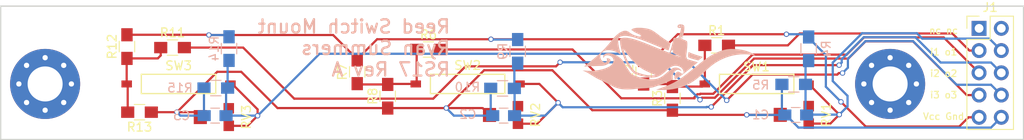
<source format=kicad_pcb>
(kicad_pcb (version 4) (host pcbnew 4.0.6-e0-6349~53~ubuntu16.04.1)

  (general
    (links 0)
    (no_connects 8)
    (area 91.364999 92.634999 208.355001 108.025001)
    (thickness 1.6)
    (drawings 6)
    (tracks 205)
    (zones 0)
    (modules 28)
    (nets 12)
  )

  (page A4)
  (layers
    (0 F.Cu signal)
    (31 B.Cu signal)
    (32 B.Adhes user)
    (33 F.Adhes user)
    (34 B.Paste user)
    (35 F.Paste user)
    (36 B.SilkS user)
    (37 F.SilkS user)
    (38 B.Mask user)
    (39 F.Mask user)
    (40 Dwgs.User user)
    (41 Cmts.User user)
    (42 Eco1.User user)
    (43 Eco2.User user)
    (44 Edge.Cuts user)
    (45 Margin user)
    (46 B.CrtYd user)
    (47 F.CrtYd user)
    (48 B.Fab user hide)
    (49 F.Fab user hide)
  )

  (setup
    (last_trace_width 0.25)
    (trace_clearance 0.2)
    (zone_clearance 0.508)
    (zone_45_only no)
    (trace_min 0.2)
    (segment_width 0.2)
    (edge_width 0.15)
    (via_size 0.6)
    (via_drill 0.4)
    (via_min_size 0.4)
    (via_min_drill 0.3)
    (uvia_size 0.3)
    (uvia_drill 0.1)
    (uvias_allowed no)
    (uvia_min_size 0.2)
    (uvia_min_drill 0.1)
    (pcb_text_width 0.3)
    (pcb_text_size 1.5 1.5)
    (mod_edge_width 0.15)
    (mod_text_size 1 1)
    (mod_text_width 0.15)
    (pad_size 1.1 0.65)
    (pad_drill 0.6)
    (pad_to_mask_clearance 0.2)
    (aux_axis_origin 0 0)
    (visible_elements FFFFEF7F)
    (pcbplotparams
      (layerselection 0x00030_80000001)
      (usegerberextensions false)
      (excludeedgelayer true)
      (linewidth 0.100000)
      (plotframeref false)
      (viasonmask false)
      (mode 1)
      (useauxorigin false)
      (hpglpennumber 1)
      (hpglpenspeed 20)
      (hpglpendiameter 15)
      (hpglpenoverlay 2)
      (psnegative false)
      (psa4output false)
      (plotreference true)
      (plotvalue true)
      (plotinvisibletext false)
      (padsonsilk false)
      (subtractmaskfromsilk false)
      (outputformat 1)
      (mirror false)
      (drillshape 1)
      (scaleselection 1)
      (outputdirectory ""))
  )

  (net 0 "")
  (net 1 /Vout1)
  (net 2 GND)
  (net 3 /Vout2)
  (net 4 /Vout3)
  (net 5 "Net-(R1-Pad1)")
  (net 6 /Vin1)
  (net 7 /Vcommon)
  (net 8 "Net-(R6-Pad1)")
  (net 9 /Vin2)
  (net 10 "Net-(R11-Pad1)")
  (net 11 /Vin3)

  (net_class Default "This is the default net class."
    (clearance 0.2)
    (trace_width 0.25)
    (via_dia 0.6)
    (via_drill 0.4)
    (uvia_dia 0.3)
    (uvia_drill 0.1)
    (add_net /Vcommon)
    (add_net /Vin1)
    (add_net /Vin2)
    (add_net /Vin3)
    (add_net /Vout1)
    (add_net /Vout2)
    (add_net /Vout3)
    (add_net GND)
    (add_net "Net-(R1-Pad1)")
    (add_net "Net-(R11-Pad1)")
    (add_net "Net-(R6-Pad1)")
  )

  (module Mounting_Holes:MountingHole_4mm_Pad_Via (layer F.Cu) (tedit 58CCCDF6) (tstamp 58CCCF75)
    (at 96.52 101.6)
    (descr "Mounting Hole 4mm")
    (tags "mounting hole 4mm")
    (fp_text reference REF** (at 0 -5) (layer F.SilkS) hide
      (effects (font (size 1 1) (thickness 0.15)))
    )
    (fp_text value MountingHole_4mm_Pad_Via (at 0 5) (layer F.Fab)
      (effects (font (size 1 1) (thickness 0.15)))
    )
    (fp_circle (center 0 0) (end 4 0) (layer Cmts.User) (width 0.15))
    (fp_circle (center 0 0) (end 4.25 0) (layer F.CrtYd) (width 0.05))
    (pad 1 thru_hole circle (at 0 0) (size 8 8) (drill 4) (layers *.Cu *.Mask))
    (pad "" thru_hole circle (at 3 0) (size 0.7 0.7) (drill 0.6) (layers *.Cu *.Mask))
    (pad "" thru_hole circle (at 2.12132 2.12132) (size 0.7 0.7) (drill 0.6) (layers *.Cu *.Mask))
    (pad "" thru_hole circle (at 0 3) (size 0.7 0.7) (drill 0.6) (layers *.Cu *.Mask))
    (pad "" thru_hole circle (at -2.12132 2.12132) (size 0.7 0.7) (drill 0.6) (layers *.Cu *.Mask))
    (pad "" thru_hole circle (at -3 0) (size 0.7 0.7) (drill 0.6) (layers *.Cu *.Mask))
    (pad "" thru_hole circle (at -2.12132 -2.12132) (size 0.7 0.7) (drill 0.6) (layers *.Cu *.Mask))
    (pad "" thru_hole circle (at 0 -3) (size 0.7 0.7) (drill 0.6) (layers *.Cu *.Mask))
    (pad "" thru_hole circle (at 2.12132 -2.12132) (size 0.7 0.7) (drill 0.6) (layers *.Cu *.Mask))
  )

  (module Capacitors_SMD:C_0805_HandSoldering (layer B.Cu) (tedit 58AA84A8) (tstamp 58CCCA27)
    (at 182.2577 105.1433 180)
    (descr "Capacitor SMD 0805, hand soldering")
    (tags "capacitor 0805")
    (path /5883EBCA)
    (attr smd)
    (fp_text reference C1 (at 4.0005 0.0127 180) (layer B.SilkS)
      (effects (font (size 1 1) (thickness 0.15)) (justify mirror))
    )
    (fp_text value C (at 0 -1.75 180) (layer B.Fab)
      (effects (font (size 1 1) (thickness 0.15)) (justify mirror))
    )
    (fp_text user %R (at 0 1.75 180) (layer B.Fab)
      (effects (font (size 1 1) (thickness 0.15)) (justify mirror))
    )
    (fp_line (start -1 -0.62) (end -1 0.62) (layer B.Fab) (width 0.1))
    (fp_line (start 1 -0.62) (end -1 -0.62) (layer B.Fab) (width 0.1))
    (fp_line (start 1 0.62) (end 1 -0.62) (layer B.Fab) (width 0.1))
    (fp_line (start -1 0.62) (end 1 0.62) (layer B.Fab) (width 0.1))
    (fp_line (start 0.5 0.85) (end -0.5 0.85) (layer B.SilkS) (width 0.12))
    (fp_line (start -0.5 -0.85) (end 0.5 -0.85) (layer B.SilkS) (width 0.12))
    (fp_line (start -2.25 0.88) (end 2.25 0.88) (layer B.CrtYd) (width 0.05))
    (fp_line (start -2.25 0.88) (end -2.25 -0.87) (layer B.CrtYd) (width 0.05))
    (fp_line (start 2.25 -0.87) (end 2.25 0.88) (layer B.CrtYd) (width 0.05))
    (fp_line (start 2.25 -0.87) (end -2.25 -0.87) (layer B.CrtYd) (width 0.05))
    (pad 1 smd rect (at -1.25 0 180) (size 1.5 1.25) (layers B.Cu B.Paste B.Mask)
      (net 1 /Vout1))
    (pad 2 smd rect (at 1.25 0 180) (size 1.5 1.25) (layers B.Cu B.Paste B.Mask)
      (net 2 GND))
    (model Capacitors_SMD.3dshapes/C_0805.wrl
      (at (xyz 0 0 0))
      (scale (xyz 1 1 1))
      (rotate (xyz 0 0 0))
    )
  )

  (module Capacitors_SMD:C_0805_HandSoldering (layer B.Cu) (tedit 58AA84A8) (tstamp 58CCCA38)
    (at 148.8948 105.2195 180)
    (descr "Capacitor SMD 0805, hand soldering")
    (tags "capacitor 0805")
    (path /58CCEC5A)
    (attr smd)
    (fp_text reference C2 (at 4.0894 0.1397 180) (layer B.SilkS)
      (effects (font (size 1 1) (thickness 0.15)) (justify mirror))
    )
    (fp_text value C (at 0 -1.75 180) (layer B.Fab)
      (effects (font (size 1 1) (thickness 0.15)) (justify mirror))
    )
    (fp_text user %R (at 0 1.75 180) (layer B.Fab)
      (effects (font (size 1 1) (thickness 0.15)) (justify mirror))
    )
    (fp_line (start -1 -0.62) (end -1 0.62) (layer B.Fab) (width 0.1))
    (fp_line (start 1 -0.62) (end -1 -0.62) (layer B.Fab) (width 0.1))
    (fp_line (start 1 0.62) (end 1 -0.62) (layer B.Fab) (width 0.1))
    (fp_line (start -1 0.62) (end 1 0.62) (layer B.Fab) (width 0.1))
    (fp_line (start 0.5 0.85) (end -0.5 0.85) (layer B.SilkS) (width 0.12))
    (fp_line (start -0.5 -0.85) (end 0.5 -0.85) (layer B.SilkS) (width 0.12))
    (fp_line (start -2.25 0.88) (end 2.25 0.88) (layer B.CrtYd) (width 0.05))
    (fp_line (start -2.25 0.88) (end -2.25 -0.87) (layer B.CrtYd) (width 0.05))
    (fp_line (start 2.25 -0.87) (end 2.25 0.88) (layer B.CrtYd) (width 0.05))
    (fp_line (start 2.25 -0.87) (end -2.25 -0.87) (layer B.CrtYd) (width 0.05))
    (pad 1 smd rect (at -1.25 0 180) (size 1.5 1.25) (layers B.Cu B.Paste B.Mask)
      (net 3 /Vout2))
    (pad 2 smd rect (at 1.25 0 180) (size 1.5 1.25) (layers B.Cu B.Paste B.Mask)
      (net 2 GND))
    (model Capacitors_SMD.3dshapes/C_0805.wrl
      (at (xyz 0 0 0))
      (scale (xyz 1 1 1))
      (rotate (xyz 0 0 0))
    )
  )

  (module Capacitors_SMD:C_0805_HandSoldering (layer B.Cu) (tedit 58AA84A8) (tstamp 58CCCA49)
    (at 115.9383 105.2195 180)
    (descr "Capacitor SMD 0805, hand soldering")
    (tags "capacitor 0805")
    (path /58CCF838)
    (attr smd)
    (fp_text reference C3 (at 3.8227 0 180) (layer B.SilkS)
      (effects (font (size 1 1) (thickness 0.15)) (justify mirror))
    )
    (fp_text value C (at 0 -1.75 180) (layer B.Fab)
      (effects (font (size 1 1) (thickness 0.15)) (justify mirror))
    )
    (fp_text user %R (at 0 1.75 180) (layer B.Fab)
      (effects (font (size 1 1) (thickness 0.15)) (justify mirror))
    )
    (fp_line (start -1 -0.62) (end -1 0.62) (layer B.Fab) (width 0.1))
    (fp_line (start 1 -0.62) (end -1 -0.62) (layer B.Fab) (width 0.1))
    (fp_line (start 1 0.62) (end 1 -0.62) (layer B.Fab) (width 0.1))
    (fp_line (start -1 0.62) (end 1 0.62) (layer B.Fab) (width 0.1))
    (fp_line (start 0.5 0.85) (end -0.5 0.85) (layer B.SilkS) (width 0.12))
    (fp_line (start -0.5 -0.85) (end 0.5 -0.85) (layer B.SilkS) (width 0.12))
    (fp_line (start -2.25 0.88) (end 2.25 0.88) (layer B.CrtYd) (width 0.05))
    (fp_line (start -2.25 0.88) (end -2.25 -0.87) (layer B.CrtYd) (width 0.05))
    (fp_line (start 2.25 -0.87) (end 2.25 0.88) (layer B.CrtYd) (width 0.05))
    (fp_line (start 2.25 -0.87) (end -2.25 -0.87) (layer B.CrtYd) (width 0.05))
    (pad 1 smd rect (at -1.25 0 180) (size 1.5 1.25) (layers B.Cu B.Paste B.Mask)
      (net 4 /Vout3))
    (pad 2 smd rect (at 1.25 0 180) (size 1.5 1.25) (layers B.Cu B.Paste B.Mask)
      (net 2 GND))
    (model Capacitors_SMD.3dshapes/C_0805.wrl
      (at (xyz 0 0 0))
      (scale (xyz 1 1 1))
      (rotate (xyz 0 0 0))
    )
  )

  (module Resistors_SMD:R_0805_HandSoldering (layer F.Cu) (tedit 58AADA1D) (tstamp 58CCCA5A)
    (at 173.228 97.1931)
    (descr "Resistor SMD 0805, hand soldering")
    (tags "resistor 0805")
    (path /5883CA47)
    (attr smd)
    (fp_text reference R1 (at 0 -1.7) (layer F.SilkS)
      (effects (font (size 1 1) (thickness 0.15)))
    )
    (fp_text value R (at 0 1.75) (layer F.Fab)
      (effects (font (size 1 1) (thickness 0.15)))
    )
    (fp_text user %R (at 0 -1.7) (layer F.Fab)
      (effects (font (size 1 1) (thickness 0.15)))
    )
    (fp_line (start -1 0.62) (end -1 -0.62) (layer F.Fab) (width 0.1))
    (fp_line (start 1 0.62) (end -1 0.62) (layer F.Fab) (width 0.1))
    (fp_line (start 1 -0.62) (end 1 0.62) (layer F.Fab) (width 0.1))
    (fp_line (start -1 -0.62) (end 1 -0.62) (layer F.Fab) (width 0.1))
    (fp_line (start 0.6 0.88) (end -0.6 0.88) (layer F.SilkS) (width 0.12))
    (fp_line (start -0.6 -0.88) (end 0.6 -0.88) (layer F.SilkS) (width 0.12))
    (fp_line (start -2.35 -0.9) (end 2.35 -0.9) (layer F.CrtYd) (width 0.05))
    (fp_line (start -2.35 -0.9) (end -2.35 0.9) (layer F.CrtYd) (width 0.05))
    (fp_line (start 2.35 0.9) (end 2.35 -0.9) (layer F.CrtYd) (width 0.05))
    (fp_line (start 2.35 0.9) (end -2.35 0.9) (layer F.CrtYd) (width 0.05))
    (pad 1 smd rect (at -1.35 0) (size 1.5 1.3) (layers F.Cu F.Paste F.Mask)
      (net 5 "Net-(R1-Pad1)"))
    (pad 2 smd rect (at 1.35 0) (size 1.5 1.3) (layers F.Cu F.Paste F.Mask)
      (net 6 /Vin1))
    (model Resistors_SMD.3dshapes/R_0805.wrl
      (at (xyz 0 0 0))
      (scale (xyz 1 1 1))
      (rotate (xyz 0 0 0))
    )
  )

  (module Resistors_SMD:R_0805_HandSoldering (layer F.Cu) (tedit 58AADA1D) (tstamp 58CCCA6B)
    (at 164.8841 100.2665 90)
    (descr "Resistor SMD 0805, hand soldering")
    (tags "resistor 0805")
    (path /58CCDAD2)
    (attr smd)
    (fp_text reference R2 (at 0 -1.7 90) (layer F.SilkS)
      (effects (font (size 1 1) (thickness 0.15)))
    )
    (fp_text value R (at 0 1.75 90) (layer F.Fab)
      (effects (font (size 1 1) (thickness 0.15)))
    )
    (fp_text user %R (at 0 -1.7 90) (layer F.Fab)
      (effects (font (size 1 1) (thickness 0.15)))
    )
    (fp_line (start -1 0.62) (end -1 -0.62) (layer F.Fab) (width 0.1))
    (fp_line (start 1 0.62) (end -1 0.62) (layer F.Fab) (width 0.1))
    (fp_line (start 1 -0.62) (end 1 0.62) (layer F.Fab) (width 0.1))
    (fp_line (start -1 -0.62) (end 1 -0.62) (layer F.Fab) (width 0.1))
    (fp_line (start 0.6 0.88) (end -0.6 0.88) (layer F.SilkS) (width 0.12))
    (fp_line (start -0.6 -0.88) (end 0.6 -0.88) (layer F.SilkS) (width 0.12))
    (fp_line (start -2.35 -0.9) (end 2.35 -0.9) (layer F.CrtYd) (width 0.05))
    (fp_line (start -2.35 -0.9) (end -2.35 0.9) (layer F.CrtYd) (width 0.05))
    (fp_line (start 2.35 0.9) (end 2.35 -0.9) (layer F.CrtYd) (width 0.05))
    (fp_line (start 2.35 0.9) (end -2.35 0.9) (layer F.CrtYd) (width 0.05))
    (pad 1 smd rect (at -1.35 0 90) (size 1.5 1.3) (layers F.Cu F.Paste F.Mask)
      (net 5 "Net-(R1-Pad1)"))
    (pad 2 smd rect (at 1.35 0 90) (size 1.5 1.3) (layers F.Cu F.Paste F.Mask)
      (net 7 /Vcommon))
    (model Resistors_SMD.3dshapes/R_0805.wrl
      (at (xyz 0 0 0))
      (scale (xyz 1 1 1))
      (rotate (xyz 0 0 0))
    )
  )

  (module Resistors_SMD:R_0805_HandSoldering (layer F.Cu) (tedit 58AADA1D) (tstamp 58CCCA7C)
    (at 168.1734 103.251 90)
    (descr "Resistor SMD 0805, hand soldering")
    (tags "resistor 0805")
    (path /58CCDB0F)
    (attr smd)
    (fp_text reference R3 (at 0 -1.7 90) (layer F.SilkS)
      (effects (font (size 1 1) (thickness 0.15)))
    )
    (fp_text value R (at 0 1.75 90) (layer F.Fab)
      (effects (font (size 1 1) (thickness 0.15)))
    )
    (fp_text user %R (at 0 -1.7 90) (layer F.Fab)
      (effects (font (size 1 1) (thickness 0.15)))
    )
    (fp_line (start -1 0.62) (end -1 -0.62) (layer F.Fab) (width 0.1))
    (fp_line (start 1 0.62) (end -1 0.62) (layer F.Fab) (width 0.1))
    (fp_line (start 1 -0.62) (end 1 0.62) (layer F.Fab) (width 0.1))
    (fp_line (start -1 -0.62) (end 1 -0.62) (layer F.Fab) (width 0.1))
    (fp_line (start 0.6 0.88) (end -0.6 0.88) (layer F.SilkS) (width 0.12))
    (fp_line (start -0.6 -0.88) (end 0.6 -0.88) (layer F.SilkS) (width 0.12))
    (fp_line (start -2.35 -0.9) (end 2.35 -0.9) (layer F.CrtYd) (width 0.05))
    (fp_line (start -2.35 -0.9) (end -2.35 0.9) (layer F.CrtYd) (width 0.05))
    (fp_line (start 2.35 0.9) (end 2.35 -0.9) (layer F.CrtYd) (width 0.05))
    (fp_line (start 2.35 0.9) (end -2.35 0.9) (layer F.CrtYd) (width 0.05))
    (pad 1 smd rect (at -1.35 0 90) (size 1.5 1.3) (layers F.Cu F.Paste F.Mask)
      (net 2 GND))
    (pad 2 smd rect (at 1.35 0 90) (size 1.5 1.3) (layers F.Cu F.Paste F.Mask)
      (net 5 "Net-(R1-Pad1)"))
    (model Resistors_SMD.3dshapes/R_0805.wrl
      (at (xyz 0 0 0))
      (scale (xyz 1 1 1))
      (rotate (xyz 0 0 0))
    )
  )

  (module Resistors_SMD:R_0805_HandSoldering (layer B.Cu) (tedit 58AADA1D) (tstamp 58CCCA8D)
    (at 183.7309 97.5868 270)
    (descr "Resistor SMD 0805, hand soldering")
    (tags "resistor 0805")
    (path /58CCDD73)
    (attr smd)
    (fp_text reference R4 (at 0.0127 -2.0066 270) (layer B.SilkS)
      (effects (font (size 1 1) (thickness 0.15)) (justify mirror))
    )
    (fp_text value R (at 0 -1.75 270) (layer B.Fab)
      (effects (font (size 1 1) (thickness 0.15)) (justify mirror))
    )
    (fp_text user %R (at 0 1.7 270) (layer B.Fab)
      (effects (font (size 1 1) (thickness 0.15)) (justify mirror))
    )
    (fp_line (start -1 -0.62) (end -1 0.62) (layer B.Fab) (width 0.1))
    (fp_line (start 1 -0.62) (end -1 -0.62) (layer B.Fab) (width 0.1))
    (fp_line (start 1 0.62) (end 1 -0.62) (layer B.Fab) (width 0.1))
    (fp_line (start -1 0.62) (end 1 0.62) (layer B.Fab) (width 0.1))
    (fp_line (start 0.6 -0.88) (end -0.6 -0.88) (layer B.SilkS) (width 0.12))
    (fp_line (start -0.6 0.88) (end 0.6 0.88) (layer B.SilkS) (width 0.12))
    (fp_line (start -2.35 0.9) (end 2.35 0.9) (layer B.CrtYd) (width 0.05))
    (fp_line (start -2.35 0.9) (end -2.35 -0.9) (layer B.CrtYd) (width 0.05))
    (fp_line (start 2.35 -0.9) (end 2.35 0.9) (layer B.CrtYd) (width 0.05))
    (fp_line (start 2.35 -0.9) (end -2.35 -0.9) (layer B.CrtYd) (width 0.05))
    (pad 1 smd rect (at -1.35 0 270) (size 1.5 1.3) (layers B.Cu B.Paste B.Mask)
      (net 7 /Vcommon))
    (pad 2 smd rect (at 1.35 0 270) (size 1.5 1.3) (layers B.Cu B.Paste B.Mask)
      (net 1 /Vout1))
    (model Resistors_SMD.3dshapes/R_0805.wrl
      (at (xyz 0 0 0))
      (scale (xyz 1 1 1))
      (rotate (xyz 0 0 0))
    )
  )

  (module Resistors_SMD:R_0805_HandSoldering (layer B.Cu) (tedit 58AADA1D) (tstamp 58CCCA9E)
    (at 182.0291 101.6508 180)
    (descr "Resistor SMD 0805, hand soldering")
    (tags "resistor 0805")
    (path /58CD435E)
    (attr smd)
    (fp_text reference R5 (at 3.7719 -0.0762 180) (layer B.SilkS)
      (effects (font (size 1 1) (thickness 0.15)) (justify mirror))
    )
    (fp_text value R (at 0 -1.75 180) (layer B.Fab)
      (effects (font (size 1 1) (thickness 0.15)) (justify mirror))
    )
    (fp_text user %R (at 0 1.7 180) (layer B.Fab)
      (effects (font (size 1 1) (thickness 0.15)) (justify mirror))
    )
    (fp_line (start -1 -0.62) (end -1 0.62) (layer B.Fab) (width 0.1))
    (fp_line (start 1 -0.62) (end -1 -0.62) (layer B.Fab) (width 0.1))
    (fp_line (start 1 0.62) (end 1 -0.62) (layer B.Fab) (width 0.1))
    (fp_line (start -1 0.62) (end 1 0.62) (layer B.Fab) (width 0.1))
    (fp_line (start 0.6 -0.88) (end -0.6 -0.88) (layer B.SilkS) (width 0.12))
    (fp_line (start -0.6 0.88) (end 0.6 0.88) (layer B.SilkS) (width 0.12))
    (fp_line (start -2.35 0.9) (end 2.35 0.9) (layer B.CrtYd) (width 0.05))
    (fp_line (start -2.35 0.9) (end -2.35 -0.9) (layer B.CrtYd) (width 0.05))
    (fp_line (start 2.35 -0.9) (end 2.35 0.9) (layer B.CrtYd) (width 0.05))
    (fp_line (start 2.35 -0.9) (end -2.35 -0.9) (layer B.CrtYd) (width 0.05))
    (pad 1 smd rect (at -1.35 0 180) (size 1.5 1.3) (layers B.Cu B.Paste B.Mask)
      (net 1 /Vout1))
    (pad 2 smd rect (at 1.35 0 180) (size 1.5 1.3) (layers B.Cu B.Paste B.Mask)
      (net 2 GND))
    (model Resistors_SMD.3dshapes/R_0805.wrl
      (at (xyz 0 0 0))
      (scale (xyz 1 1 1))
      (rotate (xyz 0 0 0))
    )
  )

  (module Resistors_SMD:R_0805_HandSoldering (layer F.Cu) (tedit 58AADA1D) (tstamp 58CCCAAF)
    (at 140.3096 97.663)
    (descr "Resistor SMD 0805, hand soldering")
    (tags "resistor 0805")
    (path /58CCEC54)
    (attr smd)
    (fp_text reference R6 (at 0 -1.7) (layer F.SilkS)
      (effects (font (size 1 1) (thickness 0.15)))
    )
    (fp_text value R (at 0 1.75) (layer F.Fab)
      (effects (font (size 1 1) (thickness 0.15)))
    )
    (fp_text user %R (at 0 -1.7) (layer F.Fab)
      (effects (font (size 1 1) (thickness 0.15)))
    )
    (fp_line (start -1 0.62) (end -1 -0.62) (layer F.Fab) (width 0.1))
    (fp_line (start 1 0.62) (end -1 0.62) (layer F.Fab) (width 0.1))
    (fp_line (start 1 -0.62) (end 1 0.62) (layer F.Fab) (width 0.1))
    (fp_line (start -1 -0.62) (end 1 -0.62) (layer F.Fab) (width 0.1))
    (fp_line (start 0.6 0.88) (end -0.6 0.88) (layer F.SilkS) (width 0.12))
    (fp_line (start -0.6 -0.88) (end 0.6 -0.88) (layer F.SilkS) (width 0.12))
    (fp_line (start -2.35 -0.9) (end 2.35 -0.9) (layer F.CrtYd) (width 0.05))
    (fp_line (start -2.35 -0.9) (end -2.35 0.9) (layer F.CrtYd) (width 0.05))
    (fp_line (start 2.35 0.9) (end 2.35 -0.9) (layer F.CrtYd) (width 0.05))
    (fp_line (start 2.35 0.9) (end -2.35 0.9) (layer F.CrtYd) (width 0.05))
    (pad 1 smd rect (at -1.35 0) (size 1.5 1.3) (layers F.Cu F.Paste F.Mask)
      (net 8 "Net-(R6-Pad1)"))
    (pad 2 smd rect (at 1.35 0) (size 1.5 1.3) (layers F.Cu F.Paste F.Mask)
      (net 9 /Vin2))
    (model Resistors_SMD.3dshapes/R_0805.wrl
      (at (xyz 0 0 0))
      (scale (xyz 1 1 1))
      (rotate (xyz 0 0 0))
    )
  )

  (module Resistors_SMD:R_0805_HandSoldering (layer F.Cu) (tedit 58AADA1D) (tstamp 58CCCAC0)
    (at 132.1689 100.2157 90)
    (descr "Resistor SMD 0805, hand soldering")
    (tags "resistor 0805")
    (path /58CCEC6C)
    (attr smd)
    (fp_text reference R7 (at 0 -1.7 90) (layer F.SilkS)
      (effects (font (size 1 1) (thickness 0.15)))
    )
    (fp_text value R (at 0 1.75 90) (layer F.Fab)
      (effects (font (size 1 1) (thickness 0.15)))
    )
    (fp_text user %R (at 0 -1.7 90) (layer F.Fab)
      (effects (font (size 1 1) (thickness 0.15)))
    )
    (fp_line (start -1 0.62) (end -1 -0.62) (layer F.Fab) (width 0.1))
    (fp_line (start 1 0.62) (end -1 0.62) (layer F.Fab) (width 0.1))
    (fp_line (start 1 -0.62) (end 1 0.62) (layer F.Fab) (width 0.1))
    (fp_line (start -1 -0.62) (end 1 -0.62) (layer F.Fab) (width 0.1))
    (fp_line (start 0.6 0.88) (end -0.6 0.88) (layer F.SilkS) (width 0.12))
    (fp_line (start -0.6 -0.88) (end 0.6 -0.88) (layer F.SilkS) (width 0.12))
    (fp_line (start -2.35 -0.9) (end 2.35 -0.9) (layer F.CrtYd) (width 0.05))
    (fp_line (start -2.35 -0.9) (end -2.35 0.9) (layer F.CrtYd) (width 0.05))
    (fp_line (start 2.35 0.9) (end 2.35 -0.9) (layer F.CrtYd) (width 0.05))
    (fp_line (start 2.35 0.9) (end -2.35 0.9) (layer F.CrtYd) (width 0.05))
    (pad 1 smd rect (at -1.35 0 90) (size 1.5 1.3) (layers F.Cu F.Paste F.Mask)
      (net 8 "Net-(R6-Pad1)"))
    (pad 2 smd rect (at 1.35 0 90) (size 1.5 1.3) (layers F.Cu F.Paste F.Mask)
      (net 7 /Vcommon))
    (model Resistors_SMD.3dshapes/R_0805.wrl
      (at (xyz 0 0 0))
      (scale (xyz 1 1 1))
      (rotate (xyz 0 0 0))
    )
  )

  (module Resistors_SMD:R_0805_HandSoldering (layer F.Cu) (tedit 58AADA1D) (tstamp 58CCCAD1)
    (at 135.6487 103.0059 90)
    (descr "Resistor SMD 0805, hand soldering")
    (tags "resistor 0805")
    (path /58CCEC72)
    (attr smd)
    (fp_text reference R8 (at 0 -1.7 90) (layer F.SilkS)
      (effects (font (size 1 1) (thickness 0.15)))
    )
    (fp_text value R (at 0 1.75 90) (layer F.Fab)
      (effects (font (size 1 1) (thickness 0.15)))
    )
    (fp_text user %R (at 0 -1.7 90) (layer F.Fab)
      (effects (font (size 1 1) (thickness 0.15)))
    )
    (fp_line (start -1 0.62) (end -1 -0.62) (layer F.Fab) (width 0.1))
    (fp_line (start 1 0.62) (end -1 0.62) (layer F.Fab) (width 0.1))
    (fp_line (start 1 -0.62) (end 1 0.62) (layer F.Fab) (width 0.1))
    (fp_line (start -1 -0.62) (end 1 -0.62) (layer F.Fab) (width 0.1))
    (fp_line (start 0.6 0.88) (end -0.6 0.88) (layer F.SilkS) (width 0.12))
    (fp_line (start -0.6 -0.88) (end 0.6 -0.88) (layer F.SilkS) (width 0.12))
    (fp_line (start -2.35 -0.9) (end 2.35 -0.9) (layer F.CrtYd) (width 0.05))
    (fp_line (start -2.35 -0.9) (end -2.35 0.9) (layer F.CrtYd) (width 0.05))
    (fp_line (start 2.35 0.9) (end 2.35 -0.9) (layer F.CrtYd) (width 0.05))
    (fp_line (start 2.35 0.9) (end -2.35 0.9) (layer F.CrtYd) (width 0.05))
    (pad 1 smd rect (at -1.35 0 90) (size 1.5 1.3) (layers F.Cu F.Paste F.Mask)
      (net 2 GND))
    (pad 2 smd rect (at 1.35 0 90) (size 1.5 1.3) (layers F.Cu F.Paste F.Mask)
      (net 8 "Net-(R6-Pad1)"))
    (model Resistors_SMD.3dshapes/R_0805.wrl
      (at (xyz 0 0 0))
      (scale (xyz 1 1 1))
      (rotate (xyz 0 0 0))
    )
  )

  (module Resistors_SMD:R_0805_HandSoldering (layer B.Cu) (tedit 58AADA1D) (tstamp 58CCCAE2)
    (at 150.495 97.8789 270)
    (descr "Resistor SMD 0805, hand soldering")
    (tags "resistor 0805")
    (path /58CCEC7E)
    (attr smd)
    (fp_text reference R9 (at 0 1.7 270) (layer B.SilkS)
      (effects (font (size 1 1) (thickness 0.15)) (justify mirror))
    )
    (fp_text value R (at 0 -1.75 270) (layer B.Fab)
      (effects (font (size 1 1) (thickness 0.15)) (justify mirror))
    )
    (fp_text user %R (at 0 1.7 270) (layer B.Fab)
      (effects (font (size 1 1) (thickness 0.15)) (justify mirror))
    )
    (fp_line (start -1 -0.62) (end -1 0.62) (layer B.Fab) (width 0.1))
    (fp_line (start 1 -0.62) (end -1 -0.62) (layer B.Fab) (width 0.1))
    (fp_line (start 1 0.62) (end 1 -0.62) (layer B.Fab) (width 0.1))
    (fp_line (start -1 0.62) (end 1 0.62) (layer B.Fab) (width 0.1))
    (fp_line (start 0.6 -0.88) (end -0.6 -0.88) (layer B.SilkS) (width 0.12))
    (fp_line (start -0.6 0.88) (end 0.6 0.88) (layer B.SilkS) (width 0.12))
    (fp_line (start -2.35 0.9) (end 2.35 0.9) (layer B.CrtYd) (width 0.05))
    (fp_line (start -2.35 0.9) (end -2.35 -0.9) (layer B.CrtYd) (width 0.05))
    (fp_line (start 2.35 -0.9) (end 2.35 0.9) (layer B.CrtYd) (width 0.05))
    (fp_line (start 2.35 -0.9) (end -2.35 -0.9) (layer B.CrtYd) (width 0.05))
    (pad 1 smd rect (at -1.35 0 270) (size 1.5 1.3) (layers B.Cu B.Paste B.Mask)
      (net 7 /Vcommon))
    (pad 2 smd rect (at 1.35 0 270) (size 1.5 1.3) (layers B.Cu B.Paste B.Mask)
      (net 3 /Vout2))
    (model Resistors_SMD.3dshapes/R_0805.wrl
      (at (xyz 0 0 0))
      (scale (xyz 1 1 1))
      (rotate (xyz 0 0 0))
    )
  )

  (module Resistors_SMD:R_0805_HandSoldering (layer B.Cu) (tedit 58AADA1D) (tstamp 58CCCAF3)
    (at 148.7678 102.108 180)
    (descr "Resistor SMD 0805, hand soldering")
    (tags "resistor 0805")
    (path /58CCEC66)
    (attr smd)
    (fp_text reference R10 (at 4.0132 0.1397 180) (layer B.SilkS)
      (effects (font (size 1 1) (thickness 0.15)) (justify mirror))
    )
    (fp_text value R (at 0 -1.75 180) (layer B.Fab)
      (effects (font (size 1 1) (thickness 0.15)) (justify mirror))
    )
    (fp_text user %R (at 0 1.7 180) (layer B.Fab)
      (effects (font (size 1 1) (thickness 0.15)) (justify mirror))
    )
    (fp_line (start -1 -0.62) (end -1 0.62) (layer B.Fab) (width 0.1))
    (fp_line (start 1 -0.62) (end -1 -0.62) (layer B.Fab) (width 0.1))
    (fp_line (start 1 0.62) (end 1 -0.62) (layer B.Fab) (width 0.1))
    (fp_line (start -1 0.62) (end 1 0.62) (layer B.Fab) (width 0.1))
    (fp_line (start 0.6 -0.88) (end -0.6 -0.88) (layer B.SilkS) (width 0.12))
    (fp_line (start -0.6 0.88) (end 0.6 0.88) (layer B.SilkS) (width 0.12))
    (fp_line (start -2.35 0.9) (end 2.35 0.9) (layer B.CrtYd) (width 0.05))
    (fp_line (start -2.35 0.9) (end -2.35 -0.9) (layer B.CrtYd) (width 0.05))
    (fp_line (start 2.35 -0.9) (end 2.35 0.9) (layer B.CrtYd) (width 0.05))
    (fp_line (start 2.35 -0.9) (end -2.35 -0.9) (layer B.CrtYd) (width 0.05))
    (pad 1 smd rect (at -1.35 0 180) (size 1.5 1.3) (layers B.Cu B.Paste B.Mask)
      (net 3 /Vout2))
    (pad 2 smd rect (at 1.35 0 180) (size 1.5 1.3) (layers B.Cu B.Paste B.Mask)
      (net 2 GND))
    (model Resistors_SMD.3dshapes/R_0805.wrl
      (at (xyz 0 0 0))
      (scale (xyz 1 1 1))
      (rotate (xyz 0 0 0))
    )
  )

  (module Resistors_SMD:R_0805_HandSoldering (layer F.Cu) (tedit 58AADA1D) (tstamp 58CCCB04)
    (at 111.0742 97.4471)
    (descr "Resistor SMD 0805, hand soldering")
    (tags "resistor 0805")
    (path /58CCF832)
    (attr smd)
    (fp_text reference R11 (at 0 -1.7) (layer F.SilkS)
      (effects (font (size 1 1) (thickness 0.15)))
    )
    (fp_text value R (at 0 1.75) (layer F.Fab)
      (effects (font (size 1 1) (thickness 0.15)))
    )
    (fp_text user %R (at 0 -1.7) (layer F.Fab)
      (effects (font (size 1 1) (thickness 0.15)))
    )
    (fp_line (start -1 0.62) (end -1 -0.62) (layer F.Fab) (width 0.1))
    (fp_line (start 1 0.62) (end -1 0.62) (layer F.Fab) (width 0.1))
    (fp_line (start 1 -0.62) (end 1 0.62) (layer F.Fab) (width 0.1))
    (fp_line (start -1 -0.62) (end 1 -0.62) (layer F.Fab) (width 0.1))
    (fp_line (start 0.6 0.88) (end -0.6 0.88) (layer F.SilkS) (width 0.12))
    (fp_line (start -0.6 -0.88) (end 0.6 -0.88) (layer F.SilkS) (width 0.12))
    (fp_line (start -2.35 -0.9) (end 2.35 -0.9) (layer F.CrtYd) (width 0.05))
    (fp_line (start -2.35 -0.9) (end -2.35 0.9) (layer F.CrtYd) (width 0.05))
    (fp_line (start 2.35 0.9) (end 2.35 -0.9) (layer F.CrtYd) (width 0.05))
    (fp_line (start 2.35 0.9) (end -2.35 0.9) (layer F.CrtYd) (width 0.05))
    (pad 1 smd rect (at -1.35 0) (size 1.5 1.3) (layers F.Cu F.Paste F.Mask)
      (net 10 "Net-(R11-Pad1)"))
    (pad 2 smd rect (at 1.35 0) (size 1.5 1.3) (layers F.Cu F.Paste F.Mask)
      (net 11 /Vin3))
    (model Resistors_SMD.3dshapes/R_0805.wrl
      (at (xyz 0 0 0))
      (scale (xyz 1 1 1))
      (rotate (xyz 0 0 0))
    )
  )

  (module Resistors_SMD:R_0805_HandSoldering (layer F.Cu) (tedit 58AADA1D) (tstamp 58CCCB15)
    (at 105.8672 97.3328 90)
    (descr "Resistor SMD 0805, hand soldering")
    (tags "resistor 0805")
    (path /58CCF84A)
    (attr smd)
    (fp_text reference R12 (at 0 -1.7 90) (layer F.SilkS)
      (effects (font (size 1 1) (thickness 0.15)))
    )
    (fp_text value R (at 0 1.75 90) (layer F.Fab)
      (effects (font (size 1 1) (thickness 0.15)))
    )
    (fp_text user %R (at 0 -1.7 90) (layer F.Fab)
      (effects (font (size 1 1) (thickness 0.15)))
    )
    (fp_line (start -1 0.62) (end -1 -0.62) (layer F.Fab) (width 0.1))
    (fp_line (start 1 0.62) (end -1 0.62) (layer F.Fab) (width 0.1))
    (fp_line (start 1 -0.62) (end 1 0.62) (layer F.Fab) (width 0.1))
    (fp_line (start -1 -0.62) (end 1 -0.62) (layer F.Fab) (width 0.1))
    (fp_line (start 0.6 0.88) (end -0.6 0.88) (layer F.SilkS) (width 0.12))
    (fp_line (start -0.6 -0.88) (end 0.6 -0.88) (layer F.SilkS) (width 0.12))
    (fp_line (start -2.35 -0.9) (end 2.35 -0.9) (layer F.CrtYd) (width 0.05))
    (fp_line (start -2.35 -0.9) (end -2.35 0.9) (layer F.CrtYd) (width 0.05))
    (fp_line (start 2.35 0.9) (end 2.35 -0.9) (layer F.CrtYd) (width 0.05))
    (fp_line (start 2.35 0.9) (end -2.35 0.9) (layer F.CrtYd) (width 0.05))
    (pad 1 smd rect (at -1.35 0 90) (size 1.5 1.3) (layers F.Cu F.Paste F.Mask)
      (net 10 "Net-(R11-Pad1)"))
    (pad 2 smd rect (at 1.35 0 90) (size 1.5 1.3) (layers F.Cu F.Paste F.Mask)
      (net 7 /Vcommon))
    (model Resistors_SMD.3dshapes/R_0805.wrl
      (at (xyz 0 0 0))
      (scale (xyz 1 1 1))
      (rotate (xyz 0 0 0))
    )
  )

  (module Resistors_SMD:R_0805_HandSoldering (layer F.Cu) (tedit 58AADA1D) (tstamp 58CCCB26)
    (at 107.3023 104.8258 180)
    (descr "Resistor SMD 0805, hand soldering")
    (tags "resistor 0805")
    (path /58CCF850)
    (attr smd)
    (fp_text reference R13 (at 0 -1.7 180) (layer F.SilkS)
      (effects (font (size 1 1) (thickness 0.15)))
    )
    (fp_text value R (at 0 1.75 180) (layer F.Fab)
      (effects (font (size 1 1) (thickness 0.15)))
    )
    (fp_text user %R (at 0 -1.7 180) (layer F.Fab)
      (effects (font (size 1 1) (thickness 0.15)))
    )
    (fp_line (start -1 0.62) (end -1 -0.62) (layer F.Fab) (width 0.1))
    (fp_line (start 1 0.62) (end -1 0.62) (layer F.Fab) (width 0.1))
    (fp_line (start 1 -0.62) (end 1 0.62) (layer F.Fab) (width 0.1))
    (fp_line (start -1 -0.62) (end 1 -0.62) (layer F.Fab) (width 0.1))
    (fp_line (start 0.6 0.88) (end -0.6 0.88) (layer F.SilkS) (width 0.12))
    (fp_line (start -0.6 -0.88) (end 0.6 -0.88) (layer F.SilkS) (width 0.12))
    (fp_line (start -2.35 -0.9) (end 2.35 -0.9) (layer F.CrtYd) (width 0.05))
    (fp_line (start -2.35 -0.9) (end -2.35 0.9) (layer F.CrtYd) (width 0.05))
    (fp_line (start 2.35 0.9) (end 2.35 -0.9) (layer F.CrtYd) (width 0.05))
    (fp_line (start 2.35 0.9) (end -2.35 0.9) (layer F.CrtYd) (width 0.05))
    (pad 1 smd rect (at -1.35 0 180) (size 1.5 1.3) (layers F.Cu F.Paste F.Mask)
      (net 2 GND))
    (pad 2 smd rect (at 1.35 0 180) (size 1.5 1.3) (layers F.Cu F.Paste F.Mask)
      (net 10 "Net-(R11-Pad1)"))
    (model Resistors_SMD.3dshapes/R_0805.wrl
      (at (xyz 0 0 0))
      (scale (xyz 1 1 1))
      (rotate (xyz 0 0 0))
    )
  )

  (module Resistors_SMD:R_0805_HandSoldering (layer B.Cu) (tedit 58AADA1D) (tstamp 58CCCB37)
    (at 117.5258 97.5614 270)
    (descr "Resistor SMD 0805, hand soldering")
    (tags "resistor 0805")
    (path /58CCF85C)
    (attr smd)
    (fp_text reference R14 (at 0 1.7 270) (layer B.SilkS)
      (effects (font (size 1 1) (thickness 0.15)) (justify mirror))
    )
    (fp_text value R (at 0 -1.75 270) (layer B.Fab)
      (effects (font (size 1 1) (thickness 0.15)) (justify mirror))
    )
    (fp_text user %R (at 0 1.7 270) (layer B.Fab)
      (effects (font (size 1 1) (thickness 0.15)) (justify mirror))
    )
    (fp_line (start -1 -0.62) (end -1 0.62) (layer B.Fab) (width 0.1))
    (fp_line (start 1 -0.62) (end -1 -0.62) (layer B.Fab) (width 0.1))
    (fp_line (start 1 0.62) (end 1 -0.62) (layer B.Fab) (width 0.1))
    (fp_line (start -1 0.62) (end 1 0.62) (layer B.Fab) (width 0.1))
    (fp_line (start 0.6 -0.88) (end -0.6 -0.88) (layer B.SilkS) (width 0.12))
    (fp_line (start -0.6 0.88) (end 0.6 0.88) (layer B.SilkS) (width 0.12))
    (fp_line (start -2.35 0.9) (end 2.35 0.9) (layer B.CrtYd) (width 0.05))
    (fp_line (start -2.35 0.9) (end -2.35 -0.9) (layer B.CrtYd) (width 0.05))
    (fp_line (start 2.35 -0.9) (end 2.35 0.9) (layer B.CrtYd) (width 0.05))
    (fp_line (start 2.35 -0.9) (end -2.35 -0.9) (layer B.CrtYd) (width 0.05))
    (pad 1 smd rect (at -1.35 0 270) (size 1.5 1.3) (layers B.Cu B.Paste B.Mask)
      (net 7 /Vcommon))
    (pad 2 smd rect (at 1.35 0 270) (size 1.5 1.3) (layers B.Cu B.Paste B.Mask)
      (net 4 /Vout3))
    (model Resistors_SMD.3dshapes/R_0805.wrl
      (at (xyz 0 0 0))
      (scale (xyz 1 1 1))
      (rotate (xyz 0 0 0))
    )
  )

  (module Resistors_SMD:R_0805_HandSoldering (layer B.Cu) (tedit 58AADA1D) (tstamp 58CCCB48)
    (at 116.0145 102.0699 180)
    (descr "Resistor SMD 0805, hand soldering")
    (tags "resistor 0805")
    (path /58CCF844)
    (attr smd)
    (fp_text reference R15 (at 4.0894 0.0127 180) (layer B.SilkS)
      (effects (font (size 1 1) (thickness 0.15)) (justify mirror))
    )
    (fp_text value R (at 0 -1.75 180) (layer B.Fab)
      (effects (font (size 1 1) (thickness 0.15)) (justify mirror))
    )
    (fp_text user %R (at 0 1.7 180) (layer B.Fab)
      (effects (font (size 1 1) (thickness 0.15)) (justify mirror))
    )
    (fp_line (start -1 -0.62) (end -1 0.62) (layer B.Fab) (width 0.1))
    (fp_line (start 1 -0.62) (end -1 -0.62) (layer B.Fab) (width 0.1))
    (fp_line (start 1 0.62) (end 1 -0.62) (layer B.Fab) (width 0.1))
    (fp_line (start -1 0.62) (end 1 0.62) (layer B.Fab) (width 0.1))
    (fp_line (start 0.6 -0.88) (end -0.6 -0.88) (layer B.SilkS) (width 0.12))
    (fp_line (start -0.6 0.88) (end 0.6 0.88) (layer B.SilkS) (width 0.12))
    (fp_line (start -2.35 0.9) (end 2.35 0.9) (layer B.CrtYd) (width 0.05))
    (fp_line (start -2.35 0.9) (end -2.35 -0.9) (layer B.CrtYd) (width 0.05))
    (fp_line (start 2.35 -0.9) (end 2.35 0.9) (layer B.CrtYd) (width 0.05))
    (fp_line (start 2.35 -0.9) (end -2.35 -0.9) (layer B.CrtYd) (width 0.05))
    (pad 1 smd rect (at -1.35 0 180) (size 1.5 1.3) (layers B.Cu B.Paste B.Mask)
      (net 4 /Vout3))
    (pad 2 smd rect (at 1.35 0 180) (size 1.5 1.3) (layers B.Cu B.Paste B.Mask)
      (net 2 GND))
    (model Resistors_SMD.3dshapes/R_0805.wrl
      (at (xyz 0 0 0))
      (scale (xyz 1 1 1))
      (rotate (xyz 0 0 0))
    )
  )

  (module robosub_footprints:MK17-reed-switch (layer F.Cu) (tedit 58CCC424) (tstamp 58CCCB67)
    (at 177.8 101.6)
    (path /58CE22ED)
    (fp_text reference SW1 (at -0.0254 -1.9558) (layer F.SilkS)
      (effects (font (size 1 1) (thickness 0.15)))
    )
    (fp_text value SW_DIP_x01 (at 0.2 -2.05) (layer F.Fab)
      (effects (font (size 1 1) (thickness 0.15)))
    )
    (fp_line (start 4.25 1.1) (end -4.25 1.1) (layer F.SilkS) (width 0.15))
    (fp_line (start 4.25 -1.1) (end -4.25 -1.1) (layer F.SilkS) (width 0.15))
    (fp_line (start 4.25 -1.1) (end 4.25 1.1) (layer F.SilkS) (width 0.15))
    (fp_line (start -4.25 -1.1) (end -4.25 1.1) (layer F.SilkS) (width 0.15))
    (pad 1 smd rect (at -5.925 0) (size 1.2 0.8) (layers F.Cu F.Paste F.Mask)
      (net 5 "Net-(R1-Pad1)"))
    (pad 2 smd rect (at 5.925 0) (size 1.2 0.8) (layers F.Cu F.Paste F.Mask)
      (net 1 /Vout1))
    (model robosub.3dshapes/mk17.wrl
      (at (xyz 0 0 0.046))
      (scale (xyz 400 400 400))
      (rotate (xyz -90 0 0))
    )
  )

  (module robosub_footprints:MK17-reed-switch (layer F.Cu) (tedit 58CCC424) (tstamp 58CCCB71)
    (at 144.78 101.6)
    (path /58CE224B)
    (fp_text reference SW2 (at 0 -2.1209) (layer F.SilkS)
      (effects (font (size 1 1) (thickness 0.15)))
    )
    (fp_text value SW_DIP_x01 (at 0.2 -2.05) (layer F.Fab)
      (effects (font (size 1 1) (thickness 0.15)))
    )
    (fp_line (start 4.25 1.1) (end -4.25 1.1) (layer F.SilkS) (width 0.15))
    (fp_line (start 4.25 -1.1) (end -4.25 -1.1) (layer F.SilkS) (width 0.15))
    (fp_line (start 4.25 -1.1) (end 4.25 1.1) (layer F.SilkS) (width 0.15))
    (fp_line (start -4.25 -1.1) (end -4.25 1.1) (layer F.SilkS) (width 0.15))
    (pad 1 smd rect (at -5.925 0) (size 1.2 0.8) (layers F.Cu F.Paste F.Mask)
      (net 8 "Net-(R6-Pad1)"))
    (pad 2 smd rect (at 5.925 0) (size 1.2 0.8) (layers F.Cu F.Paste F.Mask)
      (net 3 /Vout2))
    (model robosub.3dshapes/mk17.wrl
      (at (xyz 0 0 0.046))
      (scale (xyz 400 400 400))
      (rotate (xyz -90 0 0))
    )
  )

  (module robosub_footprints:MK17-reed-switch (layer F.Cu) (tedit 58CCC424) (tstamp 58CCCB7B)
    (at 111.76 101.6)
    (path /58CCF83E)
    (fp_text reference SW3 (at 0.0127 -2.0828) (layer F.SilkS)
      (effects (font (size 1 1) (thickness 0.15)))
    )
    (fp_text value SW_DIP_x01 (at 0.2 -2.05) (layer F.Fab)
      (effects (font (size 1 1) (thickness 0.15)))
    )
    (fp_line (start 4.25 1.1) (end -4.25 1.1) (layer F.SilkS) (width 0.15))
    (fp_line (start 4.25 -1.1) (end -4.25 -1.1) (layer F.SilkS) (width 0.15))
    (fp_line (start 4.25 -1.1) (end 4.25 1.1) (layer F.SilkS) (width 0.15))
    (fp_line (start -4.25 -1.1) (end -4.25 1.1) (layer F.SilkS) (width 0.15))
    (pad 1 smd rect (at -5.925 0) (size 1.2 0.8) (layers F.Cu F.Paste F.Mask)
      (net 10 "Net-(R11-Pad1)"))
    (pad 2 smd rect (at 5.925 0) (size 1.2 0.8) (layers F.Cu F.Paste F.Mask)
      (net 4 /Vout3))
    (model robosub.3dshapes/mk17.wrl
      (at (xyz 0 0 0.046))
      (scale (xyz 400 400 400))
      (rotate (xyz -90 0 0))
    )
  )

  (module Mounting_Holes:MountingHole_4mm_Pad_Via (layer F.Cu) (tedit 58CCCDF3) (tstamp 58CCCF71)
    (at 193.04 101.6)
    (descr "Mounting Hole 4mm")
    (tags "mounting hole 4mm")
    (fp_text reference REF** (at 0 -5) (layer F.SilkS) hide
      (effects (font (size 1 1) (thickness 0.15)))
    )
    (fp_text value MountingHole_4mm_Pad_Via (at 0 5) (layer F.Fab)
      (effects (font (size 1 1) (thickness 0.15)))
    )
    (fp_circle (center 0 0) (end 4 0) (layer Cmts.User) (width 0.15))
    (fp_circle (center 0 0) (end 4.25 0) (layer F.CrtYd) (width 0.05))
    (pad 1 thru_hole circle (at 0 0) (size 8 8) (drill 4) (layers *.Cu *.Mask))
    (pad "" thru_hole circle (at 3 0) (size 0.7 0.7) (drill 0.6) (layers *.Cu *.Mask))
    (pad "" thru_hole circle (at 2.12132 2.12132) (size 0.7 0.7) (drill 0.6) (layers *.Cu *.Mask))
    (pad "" thru_hole circle (at 0 3) (size 0.7 0.7) (drill 0.6) (layers *.Cu *.Mask))
    (pad "" thru_hole circle (at -2.12132 2.12132) (size 0.7 0.7) (drill 0.6) (layers *.Cu *.Mask))
    (pad "" thru_hole circle (at -3 0) (size 0.7 0.7) (drill 0.6) (layers *.Cu *.Mask))
    (pad "" thru_hole circle (at -2.12132 -2.12132) (size 0.7 0.7) (drill 0.6) (layers *.Cu *.Mask))
    (pad "" thru_hole circle (at 0 -3) (size 0.7 0.7) (drill 0.6) (layers *.Cu *.Mask))
    (pad "" thru_hole circle (at 2.12132 -2.12132) (size 0.7 0.7) (drill 0.6) (layers *.Cu *.Mask))
  )

  (module robosub_footprints:TC33X-2 (layer F.Cu) (tedit 58CCCA8D) (tstamp 58CCCB5D)
    (at 115.697 105.3846 90)
    (path /58CE53B3)
    (fp_text reference RV3 (at 0 3.81 90) (layer F.SilkS)
      (effects (font (size 1 1) (thickness 0.15)))
    )
    (fp_text value POT (at -2.54 0 180) (layer F.Fab)
      (effects (font (size 1 1) (thickness 0.15)))
    )
    (pad 2 smd rect (at 0 -1.45 90) (size 1.6 1.5) (layers F.Cu F.Paste F.Mask)
      (net 2 GND))
    (pad 1 smd rect (at -1 1.8 90) (size 1.2 1.2) (layers F.Cu F.Paste F.Mask)
      (net 4 /Vout3))
    (pad 3 smd rect (at 1 1.8 90) (size 1.2 1.2) (layers F.Cu F.Paste F.Mask))
    (model robosub.3dshapes/tc-332x-2.wrl
      (at (xyz 0 0 0))
      (scale (xyz 400 400 400))
      (rotate (xyz -90 0 0))
    )
  )

  (module robosub_footprints:TC33X-2 (layer F.Cu) (tedit 58CCCA8D) (tstamp 58CCCB56)
    (at 148.7297 105.1433 90)
    (path /58CE5323)
    (fp_text reference RV2 (at 0 3.81 90) (layer F.SilkS)
      (effects (font (size 1 1) (thickness 0.15)))
    )
    (fp_text value POT (at -2.54 0 180) (layer F.Fab)
      (effects (font (size 1 1) (thickness 0.15)))
    )
    (pad 2 smd rect (at 0 -1.45 90) (size 1.6 1.5) (layers F.Cu F.Paste F.Mask)
      (net 2 GND))
    (pad 1 smd rect (at -1 1.8 90) (size 1.2 1.2) (layers F.Cu F.Paste F.Mask)
      (net 3 /Vout2))
    (pad 3 smd rect (at 1 1.8 90) (size 1.2 1.2) (layers F.Cu F.Paste F.Mask))
    (model robosub.3dshapes/tc-332x-2.wrl
      (at (xyz 0 0 0))
      (scale (xyz 400 400 400))
      (rotate (xyz -90 0 0))
    )
  )

  (module robosub_footprints:TC33X-2 (layer F.Cu) (tedit 58CCCA8D) (tstamp 58CCCB4F)
    (at 181.9402 105.1306 90)
    (path /58CCE25D)
    (fp_text reference RV1 (at 0 3.81 90) (layer F.SilkS)
      (effects (font (size 1 1) (thickness 0.15)))
    )
    (fp_text value POT (at -2.54 0 180) (layer F.Fab)
      (effects (font (size 1 1) (thickness 0.15)))
    )
    (pad 2 smd rect (at 0 -1.45 90) (size 1.6 1.5) (layers F.Cu F.Paste F.Mask)
      (net 2 GND))
    (pad 1 smd rect (at -1 1.8 90) (size 1.2 1.2) (layers F.Cu F.Paste F.Mask)
      (net 1 /Vout1))
    (pad 3 smd rect (at 1 1.8 90) (size 1.2 1.2) (layers F.Cu F.Paste F.Mask))
    (model robosub.3dshapes/tc-332x-2.wrl
      (at (xyz 0 0 0))
      (scale (xyz 400 400 400))
      (rotate (xyz -90 0 0))
    )
  )

  (module Pin_Headers:Pin_Header_Straight_2x05_Pitch2.54mm (layer F.Cu) (tedit 5862ED53) (tstamp 58CCD33C)
    (at 203.2 95.25)
    (descr "Through hole straight pin header, 2x05, 2.54mm pitch, double rows")
    (tags "Through hole pin header THT 2x05 2.54mm double row")
    (path /58CE659A)
    (fp_text reference J1 (at 1.27 -2.39) (layer F.SilkS)
      (effects (font (size 1 1) (thickness 0.15)))
    )
    (fp_text value CONN_02X05 (at 1.27 12.55) (layer F.Fab)
      (effects (font (size 1 1) (thickness 0.15)))
    )
    (fp_line (start -1.27 -1.27) (end -1.27 11.43) (layer F.Fab) (width 0.1))
    (fp_line (start -1.27 11.43) (end 3.81 11.43) (layer F.Fab) (width 0.1))
    (fp_line (start 3.81 11.43) (end 3.81 -1.27) (layer F.Fab) (width 0.1))
    (fp_line (start 3.81 -1.27) (end -1.27 -1.27) (layer F.Fab) (width 0.1))
    (fp_line (start -1.39 1.27) (end -1.39 11.55) (layer F.SilkS) (width 0.12))
    (fp_line (start -1.39 11.55) (end 3.93 11.55) (layer F.SilkS) (width 0.12))
    (fp_line (start 3.93 11.55) (end 3.93 -1.39) (layer F.SilkS) (width 0.12))
    (fp_line (start 3.93 -1.39) (end 1.27 -1.39) (layer F.SilkS) (width 0.12))
    (fp_line (start 1.27 -1.39) (end 1.27 1.27) (layer F.SilkS) (width 0.12))
    (fp_line (start 1.27 1.27) (end -1.39 1.27) (layer F.SilkS) (width 0.12))
    (fp_line (start -1.39 0) (end -1.39 -1.39) (layer F.SilkS) (width 0.12))
    (fp_line (start -1.39 -1.39) (end 0 -1.39) (layer F.SilkS) (width 0.12))
    (fp_line (start -1.6 -1.6) (end -1.6 11.7) (layer F.CrtYd) (width 0.05))
    (fp_line (start -1.6 11.7) (end 4.1 11.7) (layer F.CrtYd) (width 0.05))
    (fp_line (start 4.1 11.7) (end 4.1 -1.6) (layer F.CrtYd) (width 0.05))
    (fp_line (start 4.1 -1.6) (end -1.6 -1.6) (layer F.CrtYd) (width 0.05))
    (pad 1 thru_hole rect (at 0 0) (size 1.7 1.7) (drill 1) (layers *.Cu *.Mask))
    (pad 2 thru_hole oval (at 2.54 0) (size 1.7 1.7) (drill 1) (layers *.Cu *.Mask))
    (pad 3 thru_hole oval (at 0 2.54) (size 1.7 1.7) (drill 1) (layers *.Cu *.Mask)
      (net 6 /Vin1))
    (pad 4 thru_hole oval (at 2.54 2.54) (size 1.7 1.7) (drill 1) (layers *.Cu *.Mask)
      (net 1 /Vout1))
    (pad 5 thru_hole oval (at 0 5.08) (size 1.7 1.7) (drill 1) (layers *.Cu *.Mask)
      (net 9 /Vin2))
    (pad 6 thru_hole oval (at 2.54 5.08) (size 1.7 1.7) (drill 1) (layers *.Cu *.Mask)
      (net 3 /Vout2))
    (pad 7 thru_hole oval (at 0 7.62) (size 1.7 1.7) (drill 1) (layers *.Cu *.Mask)
      (net 11 /Vin3))
    (pad 8 thru_hole oval (at 2.54 7.62) (size 1.7 1.7) (drill 1) (layers *.Cu *.Mask)
      (net 4 /Vout3))
    (pad 9 thru_hole oval (at 0 10.16) (size 1.7 1.7) (drill 1) (layers *.Cu *.Mask)
      (net 7 /Vcommon))
    (pad 10 thru_hole oval (at 2.54 10.16) (size 1.7 1.7) (drill 1) (layers *.Cu *.Mask)
      (net 2 GND))
    (model Pin_Headers.3dshapes/Pin_Header_Angled_2x05_Pitch2.54mm.wrl
      (at (xyz 0.05 -0.2 0))
      (scale (xyz 1 1 1))
      (rotate (xyz 0 0 90))
    )
  )

  (module robosub_footprints:robosub_logo-large (layer B.Cu) (tedit 0) (tstamp 58CCD8DE)
    (at 167.64 98.7806 180)
    (fp_text reference G*** (at 0 0 180) (layer B.SilkS) hide
      (effects (font (thickness 0.3)) (justify mirror))
    )
    (fp_text value LOGO (at 0.75 0 180) (layer B.SilkS) hide
      (effects (font (thickness 0.3)) (justify mirror))
    )
    (fp_poly (pts (xy -7.261044 1.173558) (xy -7.216409 1.173151) (xy -7.176417 1.172342) (xy -7.139394 1.171046)
      (xy -7.103663 1.169181) (xy -7.067549 1.166662) (xy -7.029374 1.163407) (xy -6.987463 1.15933)
      (xy -6.953069 1.155737) (xy -6.798723 1.135898) (xy -6.643232 1.109171) (xy -6.486482 1.075507)
      (xy -6.328358 1.034861) (xy -6.168746 0.987184) (xy -6.00753 0.93243) (xy -5.844595 0.870552)
      (xy -5.679828 0.801502) (xy -5.513113 0.725234) (xy -5.344336 0.641699) (xy -5.173382 0.550852)
      (xy -5.000137 0.452644) (xy -4.824485 0.347029) (xy -4.646312 0.23396) (xy -4.54 0.16376)
      (xy -4.473866 0.119145) (xy -4.408044 0.074063) (xy -4.34216 0.028229) (xy -4.275843 -0.018641)
      (xy -4.208721 -0.066833) (xy -4.140419 -0.116631) (xy -4.070568 -0.168321) (xy -3.998793 -0.222186)
      (xy -3.924722 -0.278513) (xy -3.847983 -0.337585) (xy -3.768204 -0.399689) (xy -3.685012 -0.465108)
      (xy -3.598035 -0.534128) (xy -3.506899 -0.607033) (xy -3.411234 -0.684109) (xy -3.310665 -0.76564)
      (xy -3.204821 -0.851911) (xy -3.1 -0.937735) (xy -3.00952 -1.011928) (xy -2.924831 -1.081296)
      (xy -2.845576 -1.146127) (xy -2.771393 -1.20671) (xy -2.701924 -1.263332) (xy -2.636809 -1.316283)
      (xy -2.575688 -1.36585) (xy -2.518201 -1.412322) (xy -2.463989 -1.455987) (xy -2.412692 -1.497134)
      (xy -2.36395 -1.536051) (xy -2.317403 -1.573027) (xy -2.272692 -1.608349) (xy -2.229457 -1.642306)
      (xy -2.187339 -1.675187) (xy -2.145977 -1.70728) (xy -2.105012 -1.738873) (xy -2.064084 -1.770255)
      (xy -2.022834 -1.801713) (xy -2.012 -1.809949) (xy -1.885049 -1.905148) (xy -1.75763 -1.998236)
      (xy -1.630439 -2.088745) (xy -1.504173 -2.176209) (xy -1.37953 -2.26016) (xy -1.257207 -2.34013)
      (xy -1.1379 -2.415652) (xy -1.022306 -2.486258) (xy -0.911122 -2.551481) (xy -0.88 -2.569211)
      (xy -0.786719 -2.620795) (xy -0.68703 -2.67369) (xy -0.582278 -2.727222) (xy -0.473806 -2.780721)
      (xy -0.362959 -2.833516) (xy -0.25108 -2.884933) (xy -0.223726 -2.897217) (xy -0.137439 -2.935197)
      (xy -0.046941 -2.973869) (xy 0.048098 -3.01336) (xy 0.148007 -3.053796) (xy 0.253115 -3.095303)
      (xy 0.363753 -3.138007) (xy 0.480248 -3.182034) (xy 0.60293 -3.227512) (xy 0.732129 -3.274564)
      (xy 0.868175 -3.323319) (xy 1.011395 -3.373902) (xy 1.116 -3.410432) (xy 1.150846 -3.42255)
      (xy 1.183459 -3.433895) (xy 1.213041 -3.444188) (xy 1.238793 -3.453153) (xy 1.259918 -3.460511)
      (xy 1.275618 -3.465985) (xy 1.285097 -3.469297) (xy 1.287572 -3.470169) (xy 1.291477 -3.472956)
      (xy 1.291242 -3.474091) (xy 1.28623 -3.475429) (xy 1.274016 -3.477113) (xy 1.25539 -3.479086)
      (xy 1.231138 -3.481295) (xy 1.202051 -3.483685) (xy 1.168915 -3.4862) (xy 1.132519 -3.488786)
      (xy 1.093653 -3.49139) (xy 1.053103 -3.493955) (xy 1.01166 -3.496427) (xy 0.97011 -3.498751)
      (xy 0.929242 -3.500874) (xy 0.889846 -3.502739) (xy 0.86 -3.504006) (xy 0.829138 -3.504998)
      (xy 0.791569 -3.505807) (xy 0.748582 -3.506436) (xy 0.701466 -3.506884) (xy 0.651511 -3.507152)
      (xy 0.600008 -3.507242) (xy 0.548247 -3.507152) (xy 0.497516 -3.506886) (xy 0.449106 -3.506442)
      (xy 0.404307 -3.505822) (xy 0.364409 -3.505026) (xy 0.330701 -3.504054) (xy 0.322 -3.503729)
      (xy 0.097961 -3.4913) (xy -0.124556 -3.471964) (xy -0.345248 -3.445803) (xy -0.563813 -3.412897)
      (xy -0.779948 -3.373328) (xy -0.99335 -3.327177) (xy -1.203716 -3.274524) (xy -1.410742 -3.215451)
      (xy -1.614127 -3.150037) (xy -1.813567 -3.078365) (xy -2.00876 -3.000515) (xy -2.199401 -2.916568)
      (xy -2.38519 -2.826605) (xy -2.56 -2.733935) (xy -2.6526 -2.681628) (xy -2.741593 -2.629175)
      (xy -2.828195 -2.575769) (xy -2.913619 -2.520603) (xy -2.999079 -2.462868) (xy -3.085791 -2.401757)
      (xy -3.174968 -2.336463) (xy -3.267824 -2.266179) (xy -3.296 -2.244448) (xy -3.344157 -2.206941)
      (xy -3.390333 -2.170488) (xy -3.435047 -2.13463) (xy -3.478819 -2.098908) (xy -3.522168 -2.062861)
      (xy -3.565614 -2.026029) (xy -3.609676 -1.987953) (xy -3.654873 -1.948173) (xy -3.701725 -1.906229)
      (xy -3.750752 -1.861662) (xy -3.802472 -1.814011) (xy -3.857406 -1.762816) (xy -3.916072 -1.707619)
      (xy -3.97899 -1.647958) (xy -4.04668 -1.583375) (xy -4.093756 -1.538277) (xy -4.163558 -1.471379)
      (xy -4.228079 -1.409689) (xy -4.287749 -1.352819) (xy -4.343001 -1.300377) (xy -4.394267 -1.251973)
      (xy -4.441978 -1.207217) (xy -4.486567 -1.165718) (xy -4.528466 -1.127087) (xy -4.568106 -1.090933)
      (xy -4.60592 -1.056866) (xy -4.642338 -1.024495) (xy -4.677794 -0.993431) (xy -4.712719 -0.963283)
      (xy -4.747545 -0.93366) (xy -4.782704 -0.904172) (xy -4.818628 -0.87443) (xy -4.855748 -0.844043)
      (xy -4.894497 -0.81262) (xy -4.916 -0.795285) (xy -5.039476 -0.69779) (xy -5.160011 -0.606509)
      (xy -5.278692 -0.520743) (xy -5.396605 -0.439791) (xy -5.514833 -0.362954) (xy -5.634462 -0.289532)
      (xy -5.756578 -0.218826) (xy -5.882266 -0.150135) (xy -6.012611 -0.08276) (xy -6.05 -0.06408)
      (xy -6.24818 0.029849) (xy -6.449086 0.116429) (xy -6.652488 0.195615) (xy -6.858154 0.267361)
      (xy -7.065852 0.331622) (xy -7.27535 0.388351) (xy -7.486415 0.437504) (xy -7.698817 0.479034)
      (xy -7.912323 0.512895) (xy -8.126702 0.539043) (xy -8.341721 0.557431) (xy -8.557149 0.568014)
      (xy -8.772754 0.570745) (xy -8.988303 0.56558) (xy -9.186 0.553842) (xy -9.356537 0.538091)
      (xy -9.527748 0.516962) (xy -9.697133 0.4908) (xy -9.854113 0.461592) (xy -9.887651 0.454824)
      (xy -9.914171 0.449538) (xy -9.934491 0.445601) (xy -9.949427 0.442884) (xy -9.959799 0.441257)
      (xy -9.966424 0.440589) (xy -9.97012 0.440749) (xy -9.971703 0.441607) (xy -9.972001 0.442778)
      (xy -9.968668 0.448848) (xy -9.959015 0.458678) (xy -9.943555 0.471873) (xy -9.922804 0.488038)
      (xy -9.897278 0.506779) (xy -9.86749 0.527699) (xy -9.833956 0.550405) (xy -9.81746 0.56131)
      (xy -9.694822 0.637286) (xy -9.565979 0.708329) (xy -9.431063 0.774391) (xy -9.290206 0.835423)
      (xy -9.143538 0.891377) (xy -8.991193 0.942205) (xy -8.8333 0.987858) (xy -8.669991 1.028287)
      (xy -8.501399 1.063444) (xy -8.410964 1.07975) (xy -8.263748 1.10291) (xy -8.111218 1.123098)
      (xy -7.955353 1.140147) (xy -7.798134 1.153887) (xy -7.641539 1.164148) (xy -7.48755 1.170763)
      (xy -7.338145 1.173561) (xy -7.312 1.173646) (xy -7.261044 1.173558)) (layer B.SilkS) (width 0.01))
    (fp_poly (pts (xy 6.83964 0.701523) (xy 6.915379 0.692123) (xy 6.988567 0.676261) (xy 7.058336 0.654094)
      (xy 7.123812 0.625776) (xy 7.136 0.619555) (xy 7.170853 0.599629) (xy 7.205302 0.576846)
      (xy 7.238273 0.552139) (xy 7.268693 0.526441) (xy 7.295486 0.500687) (xy 7.31758 0.475808)
      (xy 7.333899 0.452739) (xy 7.339189 0.442957) (xy 7.355834 0.39904) (xy 7.365201 0.352717)
      (xy 7.367241 0.305011) (xy 7.361904 0.256943) (xy 7.350348 0.213024) (xy 7.34284 0.192798)
      (xy 7.334521 0.173358) (xy 7.326408 0.156907) (xy 7.319519 0.145651) (xy 7.318869 0.144811)
      (xy 7.314101 0.142318) (xy 7.310355 0.146759) (xy 7.308279 0.15708) (xy 7.308061 0.162488)
      (xy 7.306609 0.17617) (xy 7.302766 0.195074) (xy 7.297147 0.217009) (xy 7.290369 0.239786)
      (xy 7.283048 0.261212) (xy 7.2758 0.279097) (xy 7.274457 0.281966) (xy 7.253273 0.316963)
      (xy 7.22517 0.349083) (xy 7.190854 0.377875) (xy 7.151029 0.402888) (xy 7.106402 0.423671)
      (xy 7.057675 0.439773) (xy 7.012295 0.449658) (xy 6.985529 0.452943) (xy 6.95326 0.454984)
      (xy 6.917885 0.455775) (xy 6.881804 0.455311) (xy 6.847416 0.453585) (xy 6.817121 0.450593)
      (xy 6.813763 0.450133) (xy 6.786898 0.445797) (xy 6.756061 0.439976) (xy 6.723199 0.433113)
      (xy 6.690259 0.42565) (xy 6.659188 0.41803) (xy 6.631931 0.410696) (xy 6.610437 0.404092)
      (xy 6.60865 0.403478) (xy 6.547927 0.378538) (xy 6.489152 0.346937) (xy 6.433377 0.309492)
      (xy 6.381653 0.267023) (xy 6.335032 0.220349) (xy 6.294564 0.170288) (xy 6.278082 0.146)
      (xy 6.247645 0.092079) (xy 6.22291 0.035126) (xy 6.204677 -0.022866) (xy 6.197801 -0.054)
      (xy 6.193885 -0.084475) (xy 6.192175 -0.120161) (xy 6.192583 -0.158604) (xy 6.19502 -0.197348)
      (xy 6.199399 -0.233941) (xy 6.205371 -0.264867) (xy 6.226675 -0.335784) (xy 6.255754 -0.405092)
      (xy 6.292524 -0.472665) (xy 6.336898 -0.538376) (xy 6.388793 -0.6021) (xy 6.448122 -0.663712)
      (xy 6.514799 -0.723085) (xy 6.518 -0.725725) (xy 6.556789 -0.756785) (xy 6.593668 -0.784384)
      (xy 6.630261 -0.809549) (xy 6.66819 -0.833303) (xy 6.709081 -0.856669) (xy 6.754556 -0.880674)
      (xy 6.798 -0.902329) (xy 6.893016 -0.946955) (xy 6.989521 -0.988702) (xy 7.088064 -1.027719)
      (xy 7.189194 -1.064153) (xy 7.29346 -1.09815) (xy 7.40141 -1.129857) (xy 7.513594 -1.159422)
      (xy 7.63056 -1.186992) (xy 7.752858 -1.212713) (xy 7.881036 -1.236733) (xy 8.015644 -1.259198)
      (xy 8.15723 -1.280256) (xy 8.262 -1.294395) (xy 8.319598 -1.301839) (xy 8.370232 -1.308289)
      (xy 8.414868 -1.313815) (xy 8.454471 -1.318488) (xy 8.490007 -1.322377) (xy 8.52244 -1.325553)
      (xy 8.552735 -1.328083) (xy 8.581859 -1.33004) (xy 8.610777 -1.331491) (xy 8.640453 -1.332508)
      (xy 8.671854 -1.33316) (xy 8.705944 -1.333516) (xy 8.74369 -1.333647) (xy 8.786055 -1.333623)
      (xy 8.804 -1.333586) (xy 8.840625 -1.33347) (xy 8.874133 -1.33327) (xy 8.905315 -1.332949)
      (xy 8.934967 -1.332471) (xy 8.96388 -1.331796) (xy 8.992849 -1.330889) (xy 9.022665 -1.329711)
      (xy 9.054124 -1.328225) (xy 9.088017 -1.326394) (xy 9.125138 -1.32418) (xy 9.166281 -1.321546)
      (xy 9.212238 -1.318455) (xy 9.263803 -1.314868) (xy 9.32177 -1.310749) (xy 9.386 -1.306127)
      (xy 9.425819 -1.303267) (xy 9.464698 -1.300505) (xy 9.501596 -1.297913) (xy 9.535473 -1.295562)
      (xy 9.565289 -1.293525) (xy 9.590003 -1.291873) (xy 9.608576 -1.290678) (xy 9.618 -1.290116)
      (xy 9.638432 -1.28888) (xy 9.658178 -1.2875) (xy 9.674489 -1.286176) (xy 9.682 -1.285435)
      (xy 9.692144 -1.284605) (xy 9.697244 -1.285098) (xy 9.6969 -1.287158) (xy 9.690711 -1.291032)
      (xy 9.678276 -1.296963) (xy 9.659196 -1.305196) (xy 9.633069 -1.315976) (xy 9.63 -1.317226)
      (xy 9.538171 -1.356187) (xy 9.4433 -1.399651) (xy 9.34492 -1.447858) (xy 9.242564 -1.501043)
      (xy 9.135767 -1.559445) (xy 9.024063 -1.623303) (xy 8.984 -1.646821) (xy 8.962845 -1.659408)
      (xy 8.93575 -1.675673) (xy 8.903583 -1.695087) (xy 8.867211 -1.717121) (xy 8.827499 -1.741249)
      (xy 8.785314 -1.766942) (xy 8.741523 -1.793673) (xy 8.696993 -1.820913) (xy 8.65259 -1.848134)
      (xy 8.609181 -1.87481) (xy 8.567632 -1.900411) (xy 8.564 -1.902653) (xy 8.455309 -1.969179)
      (xy 8.352607 -2.030854) (xy 8.255631 -2.08782) (xy 8.164116 -2.140217) (xy 8.0778 -2.188188)
      (xy 7.99642 -2.231873) (xy 7.919713 -2.271413) (xy 7.847414 -2.30695) (xy 7.779262 -2.338625)
      (xy 7.714992 -2.366578) (xy 7.654343 -2.390952) (xy 7.65169 -2.391968) (xy 7.603147 -2.410912)
      (xy 7.554368 -2.430747) (xy 7.504849 -2.451723) (xy 7.454084 -2.474088) (xy 7.401572 -2.498091)
      (xy 7.346808 -2.523983) (xy 7.289287 -2.552013) (xy 7.228507 -2.582429) (xy 7.163962 -2.615481)
      (xy 7.09515 -2.651418) (xy 7.021567 -2.69049) (xy 6.942707 -2.732945) (xy 6.858069 -2.779034)
      (xy 6.767147 -2.829004) (xy 6.758 -2.834053) (xy 6.667467 -2.883752) (xy 6.58306 -2.929461)
      (xy 6.504155 -2.971489) (xy 6.430131 -3.010143) (xy 6.360363 -3.04573) (xy 6.29423 -3.078558)
      (xy 6.231107 -3.108934) (xy 6.170374 -3.137165) (xy 6.111405 -3.16356) (xy 6.05358 -3.188425)
      (xy 5.996274 -3.212067) (xy 5.974 -3.220996) (xy 5.854351 -3.265574) (xy 5.732624 -3.304891)
      (xy 5.608093 -3.339105) (xy 5.480031 -3.368373) (xy 5.347713 -3.392855) (xy 5.210412 -3.412707)
      (xy 5.067401 -3.428089) (xy 4.996 -3.433969) (xy 4.974605 -3.435387) (xy 4.947822 -3.436881)
      (xy 4.916786 -3.438411) (xy 4.882632 -3.439938) (xy 4.846496 -3.441421) (xy 4.809512 -3.442822)
      (xy 4.772816 -3.444099) (xy 4.737543 -3.445213) (xy 4.704829 -3.446124) (xy 4.675808 -3.446792)
      (xy 4.651616 -3.447178) (xy 4.633389 -3.447241) (xy 4.624 -3.447039) (xy 4.613715 -3.446694)
      (xy 4.597321 -3.446289) (xy 4.576706 -3.445864) (xy 4.55376 -3.44546) (xy 4.542 -3.445278)
      (xy 4.484941 -3.444012) (xy 4.421768 -3.441847) (xy 4.353795 -3.438873) (xy 4.282338 -3.435177)
      (xy 4.20871 -3.43085) (xy 4.134228 -3.42598) (xy 4.060204 -3.420656) (xy 3.987955 -3.414968)
      (xy 3.918795 -3.409005) (xy 3.854038 -3.402856) (xy 3.795 -3.396609) (xy 3.756 -3.392005)
      (xy 3.712965 -3.386785) (xy 3.669235 -3.38176) (xy 3.624282 -3.376888) (xy 3.577578 -3.372127)
      (xy 3.528595 -3.367433) (xy 3.476805 -3.362764) (xy 3.421681 -3.358078) (xy 3.362695 -3.353331)
      (xy 3.299319 -3.348481) (xy 3.231024 -3.343485) (xy 3.157284 -3.338301) (xy 3.07757 -3.332886)
      (xy 2.991354 -3.327197) (xy 2.898109 -3.321191) (xy 2.816 -3.315999) (xy 2.711125 -3.309313)
      (xy 2.613664 -3.302882) (xy 2.523035 -3.296653) (xy 2.438655 -3.290574) (xy 2.359945 -3.284593)
      (xy 2.286323 -3.278658) (xy 2.217207 -3.272717) (xy 2.152017 -3.266719) (xy 2.09017 -3.260611)
      (xy 2.031086 -3.254342) (xy 1.974184 -3.247859) (xy 1.918882 -3.24111) (xy 1.864599 -3.234044)
      (xy 1.810754 -3.226608) (xy 1.802 -3.225361) (xy 1.702 -3.21105) (xy 1.452 -3.127074)
      (xy 1.295642 -3.074167) (xy 1.146596 -3.022927) (xy 1.004391 -2.973172) (xy 0.868555 -2.924722)
      (xy 0.738616 -2.877393) (xy 0.614103 -2.831003) (xy 0.494544 -2.785372) (xy 0.379469 -2.740317)
      (xy 0.268405 -2.695657) (xy 0.160881 -2.651209) (xy 0.056426 -2.606791) (xy -0.045433 -2.562222)
      (xy -0.145165 -2.51732) (xy -0.228 -2.479045) (xy -0.256232 -2.465723) (xy -0.287129 -2.450927)
      (xy -0.319889 -2.43506) (xy -0.353708 -2.418524) (xy -0.387782 -2.401723) (xy -0.421307 -2.38506)
      (xy -0.453481 -2.368939) (xy -0.483499 -2.353762) (xy -0.510558 -2.339932) (xy -0.533854 -2.327854)
      (xy -0.552583 -2.317929) (xy -0.565942 -2.310561) (xy -0.573127 -2.306154) (xy -0.573928 -2.305501)
      (xy -0.578609 -2.295654) (xy -0.579838 -2.279676) (xy -0.577684 -2.258618) (xy -0.572217 -2.233531)
      (xy -0.568274 -2.21984) (xy -0.563047 -2.202711) (xy -0.559079 -2.188552) (xy -0.556105 -2.175658)
      (xy -0.553859 -2.162322) (xy -0.552074 -2.146838) (xy -0.550484 -2.1275) (xy -0.548825 -2.102601)
      (xy -0.548038 -2.09) (xy -0.546564 -2.009012) (xy -0.551975 -1.928168) (xy -0.563996 -1.848148)
      (xy -0.582356 -1.769633) (xy -0.606783 -1.693306) (xy -0.637002 -1.619847) (xy -0.672742 -1.549939)
      (xy -0.71373 -1.484263) (xy -0.759694 -1.423499) (xy -0.81036 -1.368331) (xy -0.851911 -1.330508)
      (xy -0.900808 -1.292034) (xy -0.94743 -1.2607) (xy -0.992391 -1.236185) (xy -1.036302 -1.218168)
      (xy -1.079775 -1.206328) (xy -1.093521 -1.203819) (xy -1.114596 -1.201647) (xy -1.141133 -1.200732)
      (xy -1.170707 -1.200991) (xy -1.200893 -1.202338) (xy -1.229267 -1.204691) (xy -1.253404 -1.207965)
      (xy -1.262 -1.209663) (xy -1.310173 -1.222866) (xy -1.361402 -1.24119) (xy -1.413525 -1.263688)
      (xy -1.464379 -1.289418) (xy -1.511801 -1.317434) (xy -1.518 -1.321456) (xy -1.533532 -1.331298)
      (xy -1.546474 -1.338819) (xy -1.555499 -1.343297) (xy -1.559282 -1.344008) (xy -1.5593 -1.343966)
      (xy -1.5582 -1.338387) (xy -1.553763 -1.327482) (xy -1.546774 -1.312779) (xy -1.538017 -1.295809)
      (xy -1.528279 -1.278101) (xy -1.518344 -1.261185) (xy -1.510311 -1.248541) (xy -1.472422 -1.198662)
      (xy -1.427861 -1.152237) (xy -1.377357 -1.109687) (xy -1.321642 -1.071434) (xy -1.261445 -1.037898)
      (xy -1.197498 -1.009502) (xy -1.13053 -0.986666) (xy -1.061272 -0.969812) (xy -1.013695 -0.962043)
      (xy -0.961297 -0.957313) (xy -0.904686 -0.955993) (xy -0.84662 -0.957971) (xy -0.789853 -0.963135)
      (xy -0.737144 -0.971376) (xy -0.726 -0.973669) (xy -0.658252 -0.991618) (xy -0.59132 -1.015709)
      (xy -0.527237 -1.0451) (xy -0.46804 -1.078944) (xy -0.460498 -1.083833) (xy -0.42747 -1.106467)
      (xy -0.388951 -1.134491) (xy -0.345178 -1.167711) (xy -0.29639 -1.205935) (xy -0.242825 -1.248971)
      (xy -0.184723 -1.296625) (xy -0.122322 -1.348704) (xy -0.055861 -1.405016) (xy 0.014423 -1.465369)
      (xy 0.052 -1.497935) (xy 0.124261 -1.560415) (xy 0.191356 -1.61771) (xy 0.253819 -1.670244)
      (xy 0.312188 -1.718441) (xy 0.366997 -1.762727) (xy 0.418783 -1.803527) (xy 0.468082 -1.841265)
      (xy 0.515428 -1.876367) (xy 0.561359 -1.909256) (xy 0.60641 -1.940359) (xy 0.63 -1.956188)
      (xy 0.71186 -2.008364) (xy 0.793917 -2.056328) (xy 0.875372 -2.0997) (xy 0.955427 -2.138097)
      (xy 1.033284 -2.171138) (xy 1.108145 -2.198441) (xy 1.179212 -2.219625) (xy 1.182841 -2.220566)
      (xy 1.31405 -2.25059) (xy 1.448066 -2.273879) (xy 1.585155 -2.290449) (xy 1.725583 -2.300317)
      (xy 1.869614 -2.303501) (xy 2.017516 -2.300015) (xy 2.169553 -2.289879) (xy 2.214 -2.285742)
      (xy 2.351199 -2.269577) (xy 2.493386 -2.24774) (xy 2.64002 -2.220339) (xy 2.790561 -2.187486)
      (xy 2.94447 -2.149289) (xy 3.101204 -2.10586) (xy 3.109741 -2.103367) (xy 3.13299 -2.096356)
      (xy 3.162768 -2.087052) (xy 3.198049 -2.075798) (xy 3.23781 -2.062937) (xy 3.281023 -2.048811)
      (xy 3.326666 -2.033764) (xy 3.373712 -2.018137) (xy 3.421137 -2.002273) (xy 3.467916 -1.986515)
      (xy 3.513023 -1.971206) (xy 3.555434 -1.956688) (xy 3.594124 -1.943304) (xy 3.628068 -1.931396)
      (xy 3.65624 -1.921307) (xy 3.674 -1.914751) (xy 3.74504 -1.887292) (xy 3.811917 -1.860055)
      (xy 3.874167 -1.833266) (xy 3.931331 -1.807148) (xy 3.982946 -1.781924) (xy 4.028551 -1.757819)
      (xy 4.067686 -1.735055) (xy 4.099889 -1.713857) (xy 4.12 -1.698468) (xy 4.154648 -1.668278)
      (xy 4.188996 -1.635595) (xy 4.223413 -1.599946) (xy 4.258267 -1.560855) (xy 4.293927 -1.517847)
      (xy 4.330762 -1.470449) (xy 4.369141 -1.418184) (xy 4.409432 -1.360579) (xy 4.452005 -1.297159)
      (xy 4.497227 -1.227449) (xy 4.545469 -1.150974) (xy 4.546077 -1.15) (xy 4.565609 -1.118729)
      (xy 4.586539 -1.085353) (xy 4.607747 -1.051648) (xy 4.628113 -1.019389) (xy 4.646519 -0.990352)
      (xy 4.661846 -0.966312) (xy 4.662046 -0.966) (xy 4.68125 -0.935809) (xy 4.699406 -0.906792)
      (xy 4.717127 -0.87791) (xy 4.735026 -0.848123) (xy 4.753713 -0.816394) (xy 4.773802 -0.781684)
      (xy 4.795904 -0.742955) (xy 4.820632 -0.699168) (xy 4.845961 -0.654) (xy 4.884826 -0.584747)
      (xy 4.920319 -0.522016) (xy 4.952784 -0.465245) (xy 4.982568 -0.413871) (xy 5.010016 -0.367334)
      (xy 5.035473 -0.325071) (xy 5.059285 -0.286519) (xy 5.081796 -0.251118) (xy 5.103354 -0.218305)
      (xy 5.124301 -0.187518) (xy 5.144986 -0.158195) (xy 5.165751 -0.129775) (xy 5.179092 -0.112)
      (xy 5.197135 -0.088655) (xy 5.214148 -0.067801) (xy 5.231311 -0.04819) (xy 5.249806 -0.028573)
      (xy 5.270811 -0.007703) (xy 5.295507 0.015668) (xy 5.325074 0.042787) (xy 5.328 0.045441)
      (xy 5.438856 0.141574) (xy 5.551258 0.230435) (xy 5.665064 0.311957) (xy 5.780133 0.386069)
      (xy 5.896323 0.452704) (xy 6.013491 0.511794) (xy 6.131495 0.563269) (xy 6.250194 0.607061)
      (xy 6.369446 0.643101) (xy 6.489108 0.671322) (xy 6.609039 0.691654) (xy 6.684 0.700319)
      (xy 6.762224 0.704307) (xy 6.83964 0.701523)) (layer B.SilkS) (width 0.01))
    (fp_poly (pts (xy -1.399592 3.987745) (xy -1.346102 3.978704) (xy -1.296033 3.964349) (xy -1.250511 3.944611)
      (xy -1.244 3.941102) (xy -1.220927 3.925824) (xy -1.19751 3.905998) (xy -1.175664 3.883585)
      (xy -1.157304 3.860548) (xy -1.144434 3.839041) (xy -1.130847 3.803097) (xy -1.122904 3.765395)
      (xy -1.120877 3.728049) (xy -1.125038 3.693174) (xy -1.125442 3.691411) (xy -1.135718 3.661588)
      (xy -1.151647 3.636272) (xy -1.173608 3.615147) (xy -1.201978 3.597899) (xy -1.237134 3.584212)
      (xy -1.262 3.577495) (xy -1.283978 3.573829) (xy -1.312013 3.571411) (xy -1.344261 3.570228)
      (xy -1.378881 3.570266) (xy -1.414028 3.571514) (xy -1.447859 3.573956) (xy -1.478533 3.577581)
      (xy -1.488 3.579096) (xy -1.506076 3.582163) (xy -1.520947 3.584571) (xy -1.531038 3.586072)
      (xy -1.534764 3.586431) (xy -1.534704 3.582043) (xy -1.53312 3.570679) (xy -1.530185 3.553182)
      (xy -1.526067 3.530397) (xy -1.520936 3.503165) (xy -1.514963 3.472331) (xy -1.508317 3.438737)
      (xy -1.501169 3.403226) (xy -1.493688 3.366643) (xy -1.486044 3.32983) (xy -1.478408 3.29363)
      (xy -1.470949 3.258886) (xy -1.463838 3.226443) (xy -1.457243 3.197142) (xy -1.451337 3.171828)
      (xy -1.450418 3.168) (xy -1.427457 3.079195) (xy -1.399883 2.983966) (xy -1.367726 2.882405)
      (xy -1.331013 2.774602) (xy -1.293983 2.672) (xy -1.280122 2.634746) (xy -1.266193 2.597727)
      (xy -1.252505 2.561726) (xy -1.239364 2.527527) (xy -1.227077 2.495911) (xy -1.21595 2.467661)
      (xy -1.206289 2.443561) (xy -1.198403 2.424392) (xy -1.192597 2.410937) (xy -1.189178 2.40398)
      (xy -1.188686 2.403298) (xy -1.183883 2.402881) (xy -1.172984 2.403858) (xy -1.15773 2.40603)
      (xy -1.144 2.408412) (xy -1.083458 2.418896) (xy -1.024439 2.427598) (xy -0.967749 2.434464)
      (xy -0.914196 2.439438) (xy -0.864586 2.442468) (xy -0.819728 2.443498) (xy -0.780427 2.442476)
      (xy -0.747491 2.439346) (xy -0.73 2.436184) (xy -0.707667 2.429365) (xy -0.688266 2.420122)
      (xy -0.673668 2.409482) (xy -0.667285 2.401712) (xy -0.665031 2.395395) (xy -0.66137 2.382112)
      (xy -0.656508 2.362736) (xy -0.650651 2.338138) (xy -0.644002 2.309187) (xy -0.636767 2.276756)
      (xy -0.629151 2.241716) (xy -0.624525 2.22) (xy -0.589955 2.05964) (xy -0.555703 1.907185)
      (xy -0.521744 1.762552) (xy -0.488056 1.625653) (xy -0.454612 1.496404) (xy -0.42139 1.374717)
      (xy -0.388365 1.260508) (xy -0.355511 1.153689) (xy -0.322806 1.054176) (xy -0.290225 0.961883)
      (xy -0.257743 0.876722) (xy -0.225337 0.79861) (xy -0.217046 0.779727) (xy -0.194708 0.729454)
      (xy 0.097646 0.842234) (xy 0.208582 0.885115) (xy 0.317696 0.927472) (xy 0.425656 0.96957)
      (xy 0.53313 1.011677) (xy 0.640785 1.054058) (xy 0.74929 1.096981) (xy 0.859313 1.140711)
      (xy 0.971522 1.185517) (xy 1.086585 1.231663) (xy 1.122186 1.246) (xy 5.084 1.246)
      (xy 5.086 1.244) (xy 5.088 1.246) (xy 5.086 1.248) (xy 5.084 1.246)
      (xy 1.122186 1.246) (xy 1.20517 1.279418) (xy 1.327945 1.329046) (xy 1.455578 1.380816)
      (xy 1.588737 1.434994) (xy 1.728091 1.491846) (xy 1.836 1.53596) (xy 1.949019 1.582149)
      (xy 2.055144 1.625405) (xy 2.154848 1.665913) (xy 2.248607 1.703856) (xy 2.336893 1.739419)
      (xy 2.42018 1.772787) (xy 2.498942 1.804142) (xy 2.573653 1.833671) (xy 2.644786 1.861556)
      (xy 2.712816 1.887983) (xy 2.778216 1.913134) (xy 2.841459 1.937196) (xy 2.903021 1.960351)
      (xy 2.963374 1.982785) (xy 3.022992 2.004681) (xy 3.08235 2.026223) (xy 3.14192 2.047596)
      (xy 3.202178 2.068985) (xy 3.25 2.08581) (xy 3.412093 2.141489) (xy 3.567754 2.1926)
      (xy 3.717104 2.23916) (xy 3.860266 2.281186) (xy 3.997362 2.318697) (xy 4.128514 2.35171)
      (xy 4.253846 2.380242) (xy 4.373478 2.404311) (xy 4.487534 2.423935) (xy 4.596136 2.43913)
      (xy 4.699406 2.449915) (xy 4.797467 2.456306) (xy 4.89044 2.458322) (xy 4.978449 2.455981)
      (xy 5.061615 2.449298) (xy 5.140061 2.438293) (xy 5.213909 2.422982) (xy 5.283281 2.403383)
      (xy 5.336 2.384486) (xy 5.365865 2.372155) (xy 5.38884 2.361382) (xy 5.405769 2.351682)
      (xy 5.417496 2.342567) (xy 5.424864 2.333552) (xy 5.425114 2.333129) (xy 5.429211 2.323592)
      (xy 5.434011 2.308675) (xy 5.438754 2.290864) (xy 5.440979 2.281129) (xy 5.443629 2.26787)
      (xy 5.445666 2.255015) (xy 5.447166 2.241242) (xy 5.448208 2.225227) (xy 5.448868 2.205649)
      (xy 5.449226 2.181182) (xy 5.449357 2.150505) (xy 5.449363 2.138) (xy 5.447519 2.054913)
      (xy 5.442014 1.964859) (xy 5.432867 1.867977) (xy 5.420094 1.764407) (xy 5.403715 1.654285)
      (xy 5.383747 1.537751) (xy 5.360208 1.414941) (xy 5.346221 1.347023) (xy 5.302488 1.153168)
      (xy 5.25316 0.959874) (xy 5.198489 0.767803) (xy 5.138728 0.57762) (xy 5.074129 0.389985)
      (xy 5.004944 0.205562) (xy 4.931425 0.025013) (xy 4.853825 -0.150999) (xy 4.772397 -0.321812)
      (xy 4.687391 -0.486763) (xy 4.599062 -0.64519) (xy 4.566796 -0.7) (xy 4.496082 -0.814502)
      (xy 4.422273 -0.926559) (xy 4.345936 -1.035444) (xy 4.267638 -1.140431) (xy 4.187948 -1.240795)
      (xy 4.107433 -1.335809) (xy 4.026661 -1.424748) (xy 3.946201 -1.506886) (xy 3.903794 -1.547491)
      (xy 3.882838 -1.566991) (xy 3.865347 -1.582786) (xy 3.850027 -1.595676) (xy 3.835582 -1.606459)
      (xy 3.820715 -1.615933) (xy 3.804131 -1.624898) (xy 3.784534 -1.634151) (xy 3.760629 -1.644491)
      (xy 3.731119 -1.656716) (xy 3.717535 -1.662281) (xy 3.69025 -1.673139) (xy 3.656407 -1.686102)
      (xy 3.617059 -1.700802) (xy 3.573256 -1.716867) (xy 3.526047 -1.73393) (xy 3.476486 -1.75162)
      (xy 3.425621 -1.769567) (xy 3.374504 -1.787402) (xy 3.324185 -1.804756) (xy 3.275716 -1.821259)
      (xy 3.230146 -1.836541) (xy 3.188527 -1.850233) (xy 3.15191 -1.861964) (xy 3.134 -1.867535)
      (xy 2.959281 -1.918339) (xy 2.78869 -1.962308) (xy 2.622201 -1.999443) (xy 2.459788 -2.029747)
      (xy 2.301426 -2.053222) (xy 2.14709 -2.069869) (xy 1.996754 -2.079692) (xy 1.850394 -2.082692)
      (xy 1.707984 -2.078872) (xy 1.569499 -2.068234) (xy 1.434914 -2.050781) (xy 1.311918 -2.028157)
      (xy 1.240095 -2.01009) (xy 1.164643 -1.985588) (xy 1.086239 -1.954958) (xy 1.00556 -1.918508)
      (xy 0.923285 -1.876545) (xy 0.840089 -1.829377) (xy 0.794575 -1.800974) (xy 1.36294 -1.800974)
      (xy 1.369003 -1.804049) (xy 1.381355 -1.807691) (xy 1.399164 -1.811756) (xy 1.421598 -1.816103)
      (xy 1.447825 -1.820588) (xy 1.477011 -1.82507) (xy 1.508325 -1.829406) (xy 1.540933 -1.833452)
      (xy 1.574004 -1.837068) (xy 1.606 -1.84005) (xy 1.633458 -1.842373) (xy 1.659275 -1.844567)
      (xy 1.682031 -1.84651) (xy 1.700307 -1.848083) (xy 1.712682 -1.849162) (xy 1.716 -1.849459)
      (xy 1.72381 -1.849783) (xy 1.738679 -1.850027) (xy 1.759665 -1.850188) (xy 1.785826 -1.850266)
      (xy 1.816222 -1.850259) (xy 1.849909 -1.850163) (xy 1.885949 -1.849978) (xy 1.904 -1.849855)
      (xy 1.951804 -1.849419) (xy 1.992764 -1.848842) (xy 2.028036 -1.848082) (xy 2.058776 -1.847094)
      (xy 2.086139 -1.845836) (xy 2.111281 -1.844266) (xy 2.135358 -1.842339) (xy 2.15422 -1.840555)
      (xy 2.25572 -1.829137) (xy 2.356679 -1.815241) (xy 2.457884 -1.798684) (xy 2.560124 -1.779281)
      (xy 2.664189 -1.756851) (xy 2.770867 -1.731209) (xy 2.880947 -1.702174) (xy 2.995218 -1.669561)
      (xy 3.114468 -1.633187) (xy 3.239487 -1.59287) (xy 3.282 -1.578717) (xy 3.346011 -1.557148)
      (xy 3.40276 -1.537802) (xy 3.452625 -1.520539) (xy 3.495987 -1.505217) (xy 3.533225 -1.491698)
      (xy 3.56472 -1.479842) (xy 3.590852 -1.469508) (xy 3.612 -1.460557) (xy 3.628544 -1.452849)
      (xy 3.639502 -1.447037) (xy 3.695032 -1.412094) (xy 3.750197 -1.371212) (xy 3.805364 -1.324045)
      (xy 3.8609 -1.270249) (xy 3.917172 -1.209479) (xy 3.974546 -1.141391) (xy 4.002592 -1.106)
      (xy 4.022901 -1.079573) (xy 4.046315 -1.048563) (xy 4.072027 -1.014083) (xy 4.099229 -0.977243)
      (xy 4.127112 -0.939155) (xy 4.154868 -0.900933) (xy 4.18169 -0.863688) (xy 4.20677 -0.828531)
      (xy 4.229299 -0.796575) (xy 4.248469 -0.768932) (xy 4.261439 -0.749778) (xy 4.361035 -0.593656)
      (xy 4.456171 -0.431052) (xy 4.546748 -0.262193) (xy 4.632666 -0.087305) (xy 4.713826 0.093388)
      (xy 4.790127 0.279657) (xy 4.86147 0.471278) (xy 4.927756 0.668025) (xy 4.988885 0.869671)
      (xy 5.011966 0.952) (xy 5.019011 0.97808) (xy 5.026643 1.006957) (xy 5.034623 1.037672)
      (xy 5.042714 1.069265) (xy 5.050677 1.100777) (xy 5.058276 1.131246) (xy 5.065272 1.159715)
      (xy 5.071428 1.185222) (xy 5.076506 1.206807) (xy 5.080269 1.223511) (xy 5.082477 1.234374)
      (xy 5.082906 1.238427) (xy 5.080341 1.23571) (xy 5.074018 1.227213) (xy 5.064572 1.213844)
      (xy 5.052639 1.196508) (xy 5.038852 1.176113) (xy 5.030111 1.163019) (xy 4.907349 0.981479)
      (xy 4.784077 0.805491) (xy 4.660486 0.63529) (xy 4.536766 0.47111) (xy 4.413109 0.313187)
      (xy 4.289706 0.161755) (xy 4.166747 0.017049) (xy 4.044425 -0.120696) (xy 3.922929 -0.251244)
      (xy 3.802452 -0.374361) (xy 3.694 -0.479614) (xy 3.608233 -0.559589) (xy 3.526167 -0.633744)
      (xy 3.446902 -0.702808) (xy 3.369542 -0.767507) (xy 3.293187 -0.828568) (xy 3.216939 -0.886719)
      (xy 3.139901 -0.942687) (xy 3.061174 -0.997199) (xy 3.024 -1.022083) (xy 2.98097 -1.050234)
      (xy 2.938875 -1.076996) (xy 2.896843 -1.102855) (xy 2.854001 -1.128299) (xy 2.809478 -1.153816)
      (xy 2.762402 -1.179893) (xy 2.711899 -1.207017) (xy 2.657099 -1.235675) (xy 2.597128 -1.266356)
      (xy 2.531116 -1.299546) (xy 2.498 -1.316029) (xy 2.385652 -1.370918) (xy 2.272855 -1.424233)
      (xy 2.158604 -1.476409) (xy 2.041894 -1.527876) (xy 1.921722 -1.579068) (xy 1.797084 -1.630418)
      (xy 1.666975 -1.682357) (xy 1.530391 -1.735318) (xy 1.48 -1.754506) (xy 1.451817 -1.765193)
      (xy 1.425897 -1.775031) (xy 1.40323 -1.783642) (xy 1.384808 -1.79065) (xy 1.371624 -1.795677)
      (xy 1.364669 -1.798346) (xy 1.364 -1.798609) (xy 1.36294 -1.800974) (xy 0.794575 -1.800974)
      (xy 0.756652 -1.777309) (xy 0.752 -1.774264) (xy 0.715887 -1.750226) (xy 0.680291 -1.725797)
      (xy 0.644645 -1.70053) (xy 0.608383 -1.673977) (xy 0.570939 -1.645691) (xy 0.531747 -1.615225)
      (xy 0.490242 -1.58213) (xy 0.445856 -1.54596) (xy 0.398023 -1.506268) (xy 0.346179 -1.462605)
      (xy 0.289757 -1.414525) (xy 0.22819 -1.36158) (xy 0.21 -1.345864) (xy 0.163811 -1.306006)
      (xy 0.117928 -1.266577) (xy 0.072976 -1.228106) (xy 0.029581 -1.191121) (xy -0.011634 -1.156151)
      (xy -0.050042 -1.123726) (xy -0.08502 -1.094373) (xy -0.115941 -1.068621) (xy -0.142181 -1.047)
      (xy -0.163116 -1.030039) (xy -0.165704 -1.027973) (xy -0.242419 -0.969377) (xy -0.316449 -0.917937)
      (xy -0.38821 -0.873433) (xy -0.458115 -0.835646) (xy -0.526582 -0.804356) (xy -0.594023 -0.779345)
      (xy -0.660854 -0.760392) (xy -0.68 -0.756037) (xy -0.71949 -0.749016) (xy -0.764783 -0.743451)
      (xy -0.813802 -0.739429) (xy -0.86447 -0.737037) (xy -0.914708 -0.736361) (xy -0.962439 -0.737489)
      (xy -1.005583 -0.740508) (xy -1.017971 -0.741874) (xy -1.102709 -0.755275) (xy -1.183109 -0.774477)
      (xy -1.260806 -0.799957) (xy -1.337437 -0.832195) (xy -1.354495 -0.84033) (xy -1.42071 -0.875555)
      (xy -1.480979 -0.914121) (xy -1.537078 -0.957294) (xy -1.590787 -1.006339) (xy -1.598088 -1.013616)
      (xy -1.650104 -1.071215) (xy -1.695462 -1.132421) (xy -1.733934 -1.196772) (xy -1.765293 -1.263806)
      (xy -1.789311 -1.333059) (xy -1.805759 -1.40407) (xy -1.811975 -1.448019) (xy -1.813955 -1.485506)
      (xy -1.812097 -1.522609) (xy -1.806685 -1.557648) (xy -1.798006 -1.588946) (xy -1.786343 -1.614826)
      (xy -1.782639 -1.620787) (xy -1.76875 -1.636003) (xy -1.749593 -1.649624) (xy -1.727902 -1.659937)
      (xy -1.713628 -1.664077) (xy -1.686046 -1.66671) (xy -1.656811 -1.663317) (xy -1.625463 -1.653716)
      (xy -1.591543 -1.637724) (xy -1.554594 -1.615161) (xy -1.514155 -1.585844) (xy -1.512 -1.584172)
      (xy -1.492346 -1.569473) (xy -1.468358 -1.552464) (xy -1.441753 -1.534276) (xy -1.414243 -1.51604)
      (xy -1.387543 -1.49889) (xy -1.363367 -1.483955) (xy -1.343429 -1.472368) (xy -1.339018 -1.469974)
      (xy -1.288638 -1.446337) (xy -1.240655 -1.43032) (xy -1.19503 -1.421921) (xy -1.15172 -1.42114)
      (xy -1.110687 -1.427977) (xy -1.071888 -1.44243) (xy -1.035284 -1.4645) (xy -1.032794 -1.466338)
      (xy -0.980281 -1.510465) (xy -0.932997 -1.5602) (xy -0.891171 -1.614905) (xy -0.85503 -1.673943)
      (xy -0.824805 -1.736677) (xy -0.800724 -1.802469) (xy -0.783016 -1.870681) (xy -0.771909 -1.940676)
      (xy -0.767634 -2.011816) (xy -0.770418 -2.083464) (xy -0.78049 -2.154983) (xy -0.782297 -2.164)
      (xy -0.786665 -2.182717) (xy -0.792385 -2.203839) (xy -0.799005 -2.226035) (xy -0.806071 -2.247975)
      (xy -0.813126 -2.26833) (xy -0.819718 -2.285768) (xy -0.825392 -2.298959) (xy -0.829694 -2.306574)
      (xy -0.83145 -2.307912) (xy -0.835509 -2.305892) (xy -0.84527 -2.300327) (xy -0.859624 -2.291868)
      (xy -0.877463 -2.281169) (xy -0.897681 -2.268883) (xy -0.898 -2.268687) (xy -0.93774 -2.244172)
      (xy -0.982472 -2.216208) (xy -1.030565 -2.185836) (xy -1.080393 -2.154098) (xy -1.130325 -2.122037)
      (xy -1.178733 -2.090693) (xy -1.223988 -2.061108) (xy -1.264 -2.034632) (xy -1.325644 -1.993271)
      (xy -1.386676 -1.95178) (xy -1.447438 -1.909899) (xy -1.508269 -1.867365) (xy -1.569508 -1.823921)
      (xy -1.631496 -1.779304) (xy -1.694573 -1.733255) (xy -1.759078 -1.685514) (xy -1.825351 -1.63582)
      (xy -1.893732 -1.583912) (xy -1.964561 -1.52953) (xy -2.038178 -1.472415) (xy -2.114922 -1.412305)
      (xy -2.195134 -1.34894) (xy -2.279154 -1.28206) (xy -2.36732 -1.211405) (xy -2.459974 -1.136713)
      (xy -2.557454 -1.057726) (xy -2.660101 -0.974182) (xy -2.768255 -0.885821) (xy -2.836 -0.830327)
      (xy -2.88159 -0.792971) (xy -2.928769 -0.754354) (xy -2.976703 -0.715158) (xy -3.024556 -0.676063)
      (xy -3.071492 -0.637751) (xy -3.116678 -0.600904) (xy -3.159276 -0.566202) (xy -3.198454 -0.534327)
      (xy -3.233374 -0.50596) (xy -3.263201 -0.481784) (xy -3.271135 -0.475366) (xy -3.301747 -0.450544)
      (xy -3.330354 -0.427202) (xy -3.356375 -0.405827) (xy -3.379224 -0.386906) (xy -3.398318 -0.370924)
      (xy -3.413073 -0.358369) (xy -3.422905 -0.349726) (xy -3.427231 -0.345484) (xy -3.427383 -0.345166)
      (xy -3.423442 -0.343444) (xy -3.412647 -0.339989) (xy -3.395895 -0.335054) (xy -3.374082 -0.328894)
      (xy -3.348103 -0.321761) (xy -3.318854 -0.313911) (xy -3.294248 -0.307427) (xy -3.171249 -0.274652)
      (xy -3.044092 -0.239535) (xy -2.912211 -0.201913) (xy -2.775041 -0.161619) (xy -2.632014 -0.118488)
      (xy -2.482567 -0.072356) (xy -2.395262 -0.04496) (xy -2.208523 0.013963) (xy -2.183839 0.077982)
      (xy -2.16932 0.116548) (xy -2.155386 0.155289) (xy -2.142459 0.192916) (xy -2.136912 0.209911)
      (xy -1.616874 0.209911) (xy -1.61584 0.208999) (xy -1.609452 0.209958) (xy -1.608 0.21023)
      (xy -1.600015 0.212253) (xy -1.585816 0.216369) (xy -1.566785 0.222155) (xy -1.544303 0.22919)
      (xy -1.519751 0.237053) (xy -1.514 0.23892) (xy -1.471641 0.252892) (xy -1.424609 0.26874)
      (xy -1.373458 0.286259) (xy -1.318743 0.305243) (xy -1.261019 0.325488) (xy -1.20084 0.34679)
      (xy -1.138762 0.368944) (xy -1.075338 0.391745) (xy -1.011124 0.414988) (xy -0.946673 0.438469)
      (xy -0.882541 0.461983) (xy -0.819282 0.485325) (xy -0.757451 0.508291) (xy -0.697602 0.530677)
      (xy -0.640291 0.552276) (xy -0.58607 0.572885) (xy -0.535497 0.592299) (xy -0.489123 0.610314)
      (xy -0.447506 0.626724) (xy -0.411198 0.641325) (xy -0.380756 0.653912) (xy -0.356732 0.66428)
      (xy -0.339683 0.672226) (xy -0.339102 0.672517) (xy -0.329565 0.677321) (xy -0.323034 0.681507)
      (xy -0.319353 0.686439) (xy -0.318362 0.693482) (xy -0.319904 0.704002) (xy -0.323822 0.719363)
      (xy -0.329956 0.74093) (xy -0.330834 0.744) (xy -0.342272 0.781083) (xy -0.355644 0.819395)
      (xy -0.370538 0.858114) (xy -0.386543 0.896416) (xy -0.403248 0.933478) (xy -0.420241 0.968475)
      (xy -0.437112 1.000584) (xy -0.453449 1.028981) (xy -0.468841 1.052843) (xy -0.482876 1.071347)
      (xy -0.495144 1.083667) (xy -0.502735 1.08828) (xy -0.514812 1.088843) (xy -0.527481 1.082243)
      (xy -0.540021 1.069205) (xy -0.551714 1.050459) (xy -0.56088 1.029419) (xy -0.563481 1.021646)
      (xy -0.565563 1.013417) (xy -0.567217 1.003642) (xy -0.568536 0.991235) (xy -0.569614 0.975108)
      (xy -0.570542 0.954173) (xy -0.571414 0.927342) (xy -0.57226 0.896) (xy -0.573322 0.858541)
      (xy -0.574522 0.828026) (xy -0.576048 0.803397) (xy -0.578088 0.783599) (xy -0.580829 0.767574)
      (xy -0.584461 0.754267) (xy -0.58917 0.742621) (xy -0.595145 0.731579) (xy -0.602572 0.720086)
      (xy -0.603886 0.718167) (xy -0.609713 0.71043) (xy -0.616634 0.702945) (xy -0.625319 0.695305)
      (xy -0.636435 0.687103) (xy -0.650651 0.677933) (xy -0.668637 0.667388) (xy -0.69106 0.655061)
      (xy -0.71859 0.640546) (xy -0.751894 0.623436) (xy -0.791643 0.603325) (xy -0.798 0.600126)
      (xy -0.82185 0.588134) (xy -0.843455 0.577288) (xy -0.863384 0.567319) (xy -0.882204 0.557959)
      (xy -0.900483 0.548939) (xy -0.918787 0.539991) (xy -0.937684 0.530844) (xy -0.957743 0.521232)
      (xy -0.979529 0.510885) (xy -1.003611 0.499534) (xy -1.030555 0.486911) (xy -1.060931 0.472748)
      (xy -1.095304 0.456775) (xy -1.134242 0.438723) (xy -1.178313 0.418325) (xy -1.228085 0.395311)
      (xy -1.284124 0.369413) (xy -1.330808 0.347842) (xy -1.373307 0.328165) (xy -1.414133 0.309182)
      (xy -1.45263 0.291204) (xy -1.488141 0.274541) (xy -1.520009 0.259504) (xy -1.547578 0.246403)
      (xy -1.57019 0.235549) (xy -1.58719 0.227252) (xy -1.597919 0.221822) (xy -1.600808 0.220231)
      (xy -1.612036 0.213415) (xy -1.616874 0.209911) (xy -2.136912 0.209911) (xy -2.130961 0.228142)
      (xy -2.121314 0.259679) (xy -2.113939 0.286239) (xy -2.109685 0.304369) (xy -2.105989 0.327139)
      (xy -2.104524 0.349732) (xy -2.105073 0.37588) (xy -2.105294 0.379958) (xy -2.106518 0.396297)
      (xy -2.108718 0.419995) (xy -2.11183 0.450482) (xy -2.115788 0.487184) (xy -2.120529 0.529531)
      (xy -2.125986 0.57695) (xy -2.132094 0.628869) (xy -2.138789 0.684717) (xy -2.146006 0.743921)
      (xy -2.15368 0.805909) (xy -2.15394 0.808) (xy -2.169023 0.931797) (xy -2.182424 1.048001)
      (xy -2.194162 1.156837) (xy -2.204255 1.258532) (xy -2.21272 1.353308) (xy -2.219576 1.441393)
      (xy -2.22484 1.52301) (xy -2.228529 1.598385) (xy -2.230663 1.667743) (xy -2.231257 1.731309)
      (xy -2.230641 1.778) (xy -2.228808 1.83206) (xy -2.226059 1.87892) (xy -2.222284 1.91934)
      (xy -2.217371 1.954081) (xy -2.211208 1.983903) (xy -2.203684 2.009565) (xy -2.194687 2.031828)
      (xy -2.192838 2.035664) (xy -2.183554 2.050954) (xy -2.170872 2.065456) (xy -2.153943 2.079808)
      (xy -2.131914 2.09465) (xy -2.103936 2.11062) (xy -2.07 2.127946) (xy -2.0384 2.143066)
      (xy -2.00677 2.157365) (xy -1.973941 2.171301) (xy -1.93874 2.185335) (xy -1.899997 2.199926)
      (xy -1.85654 2.215533) (xy -1.807198 2.232615) (xy -1.777374 2.242723) (xy -1.664747 2.280657)
      (xy -1.668374 2.293302) (xy -1.671382 2.30701) (xy -1.670442 2.317347) (xy -1.664745 2.327439)
      (xy -1.657273 2.336279) (xy -1.646646 2.34672) (xy -1.634737 2.355379) (xy -1.620457 2.362626)
      (xy -1.602715 2.368832) (xy -1.580422 2.374369) (xy -1.552487 2.379609) (xy -1.51782 2.384921)
      (xy -1.512 2.385743) (xy -1.50008 2.38737) (xy -1.487691 2.388958) (xy -1.47396 2.390599)
      (xy -1.458011 2.392383) (xy -1.438971 2.394404) (xy -1.415965 2.396751) (xy -1.38812 2.399517)
      (xy -1.354559 2.402793) (xy -1.31441 2.406671) (xy -1.288043 2.409205) (xy -1.265872 2.411515)
      (xy -1.250608 2.413856) (xy -1.241179 2.416826) (xy -1.236514 2.421024) (xy -1.23554 2.427048)
      (xy -1.237184 2.435496) (xy -1.237675 2.437317) (xy -1.239925 2.444934) (xy -1.242637 2.4506)
      (xy -1.246886 2.454536) (xy -1.253748 2.456962) (xy -1.264298 2.458097) (xy -1.27961 2.458162)
      (xy -1.300762 2.457377) (xy -1.328824 2.455961) (xy -1.370719 2.454438) (xy -1.411068 2.45422)
      (xy -1.44863 2.455248) (xy -1.482166 2.457461) (xy -1.510435 2.4608) (xy -1.532197 2.465204)
      (xy -1.534893 2.465974) (xy -1.549529 2.471632) (xy -1.559837 2.479527) (xy -1.567372 2.489124)
      (xy -1.578246 2.506781) (xy -1.591611 2.531642) (xy -1.607299 2.563365) (xy -1.625141 2.601609)
      (xy -1.644268 2.644435) (xy -1.661766 2.683873) (xy -1.676599 2.716242) (xy -1.688989 2.741934)
      (xy -1.699155 2.761342) (xy -1.707318 2.774859) (xy -1.713697 2.782878) (xy -1.718512 2.785792)
      (xy -1.721985 2.783993) (xy -1.722275 2.783556) (xy -1.724361 2.776983) (xy -1.724847 2.766168)
      (xy -1.723653 2.750588) (xy -1.720697 2.729725) (xy -1.715897 2.703058) (xy -1.709173 2.670066)
      (xy -1.700442 2.63023) (xy -1.693556 2.6) (xy -1.684465 2.560199) (xy -1.677192 2.52733)
      (xy -1.671638 2.500559) (xy -1.667698 2.479052) (xy -1.665271 2.461976) (xy -1.664254 2.448497)
      (xy -1.664545 2.43778) (xy -1.666042 2.428994) (xy -1.668643 2.421303) (xy -1.671007 2.416239)
      (xy -1.676805 2.406205) (xy -1.681977 2.400884) (xy -1.686833 2.400749) (xy -1.691684 2.406274)
      (xy -1.696842 2.417934) (xy -1.702618 2.436202) (xy -1.709322 2.461552) (xy -1.714393 2.482331)
      (xy -1.746536 2.620773) (xy -1.775761 2.754842) (xy -1.801989 2.88411) (xy -1.825144 3.00815)
      (xy -1.845147 3.126535) (xy -1.861923 3.238837) (xy -1.875393 3.344629) (xy -1.882564 3.412)
      (xy -1.884872 3.440611) (xy -1.886727 3.473478) (xy -1.888121 3.509201) (xy -1.889043 3.546379)
      (xy -1.889484 3.583612) (xy -1.889433 3.619499) (xy -1.88888 3.652639) (xy -1.887816 3.681632)
      (xy -1.886231 3.705077) (xy -1.884722 3.718) (xy -1.87862 3.752232) (xy -1.639615 3.752232)
      (xy -1.63783 3.729129) (xy -1.63433 3.711603) (xy -1.629315 3.69749) (xy -1.622671 3.681943)
      (xy -1.615439 3.667072) (xy -1.608661 3.654989) (xy -1.603379 3.647805) (xy -1.602476 3.647062)
      (xy -1.591416 3.644041) (xy -1.580247 3.647381) (xy -1.574024 3.653404) (xy -1.571056 3.658894)
      (xy -1.570493 3.66446) (xy -1.572697 3.672278) (xy -1.578034 3.684524) (xy -1.57991 3.688552)
      (xy -1.593322 3.725226) (xy -1.598394 3.75835) (xy -1.440121 3.75835) (xy -1.434626 3.743233)
      (xy -1.421974 3.729188) (xy -1.402139 3.717198) (xy -1.393769 3.71377) (xy -1.373582 3.709341)
      (xy -1.349689 3.708633) (xy -1.325344 3.711429) (xy -1.303806 3.71751) (xy -1.297891 3.720189)
      (xy -1.281436 3.731387) (xy -1.270083 3.744859) (xy -1.264834 3.759111) (xy -1.265319 3.76871)
      (xy -1.273165 3.784399) (xy -1.287296 3.797362) (xy -1.306324 3.807145) (xy -1.328865 3.813293)
      (xy -1.353531 3.815352) (xy -1.378938 3.812869) (xy -1.391085 3.809902) (xy -1.413941 3.800315)
      (xy -1.429751 3.787873) (xy -1.438487 3.773557) (xy -1.440121 3.75835) (xy -1.598394 3.75835)
      (xy -1.598792 3.760947) (xy -1.596322 3.795708) (xy -1.585913 3.829501) (xy -1.567568 3.86232)
      (xy -1.541287 3.894158) (xy -1.524799 3.910043) (xy -1.5111 3.924643) (xy -1.504174 3.937457)
      (xy -1.504173 3.947951) (xy -1.51125 3.955591) (xy -1.511738 3.95586) (xy -1.520183 3.95921)
      (xy -1.52812 3.958796) (xy -1.537628 3.954001) (xy -1.550616 3.944346) (xy -1.578075 3.918075)
      (xy -1.602307 3.886266) (xy -1.62179 3.851199) (xy -1.633554 3.820274) (xy -1.637455 3.800847)
      (xy -1.639482 3.777152) (xy -1.639615 3.752232) (xy -1.87862 3.752232) (xy -1.877495 3.758539)
      (xy -1.868856 3.792383) (xy -1.858068 3.820809) (xy -1.844399 3.845092) (xy -1.827114 3.866508)
      (xy -1.805479 3.886335) (xy -1.77876 3.905848) (xy -1.775358 3.90811) (xy -1.729406 3.934311)
      (xy -1.679003 3.955686) (xy -1.625274 3.972167) (xy -1.569344 3.983683) (xy -1.512337 3.990165)
      (xy -1.455378 3.991542) (xy -1.399592 3.987745)) (layer B.SilkS) (width 0.01))
    (fp_poly (pts (xy 3.390321 3.590924) (xy 3.451957 3.589156) (xy 3.509705 3.586041) (xy 3.564912 3.581489)
      (xy 3.618923 3.575412) (xy 3.673084 3.567721) (xy 3.722 3.559535) (xy 3.782902 3.547953)
      (xy 3.836849 3.53606) (xy 3.884887 3.523557) (xy 3.928061 3.510152) (xy 3.967416 3.495546)
      (xy 4.00252 3.480147) (xy 4.039869 3.460952) (xy 4.071689 3.44105) (xy 4.100396 3.418807)
      (xy 4.120498 3.400424) (xy 4.133299 3.387705) (xy 4.141138 3.378829) (xy 4.145005 3.372284)
      (xy 4.145884 3.366562) (xy 4.145302 3.36248) (xy 4.138846 3.348841) (xy 4.125176 3.333577)
      (xy 4.104804 3.317142) (xy 4.078241 3.299989) (xy 4.068 3.294134) (xy 4.048156 3.282556)
      (xy 4.027838 3.269775) (xy 4.009843 3.257592) (xy 4 3.250287) (xy 3.941756 3.206448)
      (xy 3.87981 3.164037) (xy 3.813241 3.122493) (xy 3.741127 3.081255) (xy 3.662546 3.039762)
      (xy 3.614073 3.01557) (xy 3.588163 3.00301) (xy 3.558167 2.988687) (xy 3.524894 2.972971)
      (xy 3.489152 2.95623) (xy 3.451748 2.938833) (xy 3.41349 2.92115) (xy 3.375188 2.90355)
      (xy 3.337647 2.886401) (xy 3.301677 2.870073) (xy 3.268086 2.854935) (xy 3.23768 2.841356)
      (xy 3.21127 2.829704) (xy 3.189661 2.82035) (xy 3.173662 2.813661) (xy 3.164082 2.810008)
      (xy 3.164 2.809981) (xy 3.143872 2.800072) (xy 3.123622 2.784359) (xy 3.105169 2.76477)
      (xy 3.090433 2.743237) (xy 3.083876 2.729419) (xy 3.075482 2.698797) (xy 3.074476 2.670222)
      (xy 3.080762 2.644167) (xy 3.09425 2.621104) (xy 3.107995 2.606932) (xy 3.11657 2.600231)
      (xy 3.125311 2.59529) (xy 3.135763 2.591724) (xy 3.149471 2.589149) (xy 3.167979 2.58718)
      (xy 3.192834 2.585432) (xy 3.19482 2.58531) (xy 3.221386 2.584484) (xy 3.248606 2.585363)
      (xy 3.277308 2.588118) (xy 3.308319 2.592923) (xy 3.342466 2.599949) (xy 3.380577 2.60937)
      (xy 3.42348 2.621357) (xy 3.472002 2.636084) (xy 3.526971 2.653723) (xy 3.534 2.656031)
      (xy 3.5669 2.66674) (xy 3.599109 2.677014) (xy 3.629402 2.686476) (xy 3.656557 2.694752)
      (xy 3.679349 2.701467) (xy 3.696555 2.706246) (xy 3.704 2.708101) (xy 3.766428 2.724759)
      (xy 3.832848 2.747092) (xy 3.90213 2.774629) (xy 3.973147 2.806896) (xy 4.044769 2.843422)
      (xy 4.096 2.872048) (xy 4.12955 2.892113) (xy 4.166575 2.915324) (xy 4.205795 2.940797)
      (xy 4.245932 2.967653) (xy 4.285705 2.99501) (xy 4.323837 3.021987) (xy 4.359047 3.047702)
      (xy 4.390058 3.071274) (xy 4.415589 3.091822) (xy 4.418341 3.094143) (xy 4.462841 3.127875)
      (xy 4.51338 3.15911) (xy 4.568159 3.186939) (xy 4.625377 3.210455) (xy 4.683232 3.228752)
      (xy 4.687929 3.229988) (xy 4.73755 3.240447) (xy 4.791541 3.247618) (xy 4.847235 3.251342)
      (xy 4.901967 3.251462) (xy 4.953068 3.247821) (xy 4.964783 3.246329) (xy 5.003043 3.239446)
      (xy 5.046638 3.228924) (xy 5.094036 3.215234) (xy 5.143708 3.198844) (xy 5.194121 3.180223)
      (xy 5.235235 3.163493) (xy 5.320663 3.124383) (xy 5.405474 3.079882) (xy 5.490029 3.02972)
      (xy 5.574692 2.973628) (xy 5.659824 2.911337) (xy 5.745787 2.842578) (xy 5.832945 2.767081)
      (xy 5.921659 2.684578) (xy 6.012292 2.5948) (xy 6.042094 2.564143) (xy 6.078374 2.526239)
      (xy 6.11209 2.490425) (xy 6.144057 2.455763) (xy 6.175088 2.421314) (xy 6.205998 2.38614)
      (xy 6.237602 2.349302) (xy 6.270713 2.309862) (xy 6.306146 2.266881) (xy 6.344715 2.219421)
      (xy 6.387235 2.166543) (xy 6.389271 2.164) (xy 6.448032 2.0907) (xy 6.502381 2.023118)
      (xy 6.552812 1.960659) (xy 6.599822 1.902723) (xy 6.643906 1.848711) (xy 6.685558 1.798026)
      (xy 6.725273 1.75007) (xy 6.763547 1.704243) (xy 6.800876 1.659948) (xy 6.837753 1.616586)
      (xy 6.874674 1.573559) (xy 6.912135 1.530269) (xy 6.943738 1.494) (xy 7.029424 1.397444)
      (xy 7.120452 1.297679) (xy 7.215558 1.196008) (xy 7.313475 1.093734) (xy 7.412941 0.992159)
      (xy 7.512689 0.892586) (xy 7.611456 0.796318) (xy 7.707977 0.704658) (xy 7.730117 0.684)
      (xy 7.781931 0.636065) (xy 7.833887 0.588489) (xy 7.886352 0.540964) (xy 7.939689 0.493179)
      (xy 7.994264 0.444828) (xy 8.050442 0.395601) (xy 8.108586 0.345189) (xy 8.169063 0.293283)
      (xy 8.232236 0.239575) (xy 8.298471 0.183756) (xy 8.368132 0.125517) (xy 8.441585 0.064549)
      (xy 8.519193 0.000544) (xy 8.601322 -0.066807) (xy 8.688336 -0.137813) (xy 8.780601 -0.212783)
      (xy 8.878481 -0.292025) (xy 8.98 -0.373962) (xy 9.053647 -0.433342) (xy 9.121192 -0.487838)
      (xy 9.182777 -0.537566) (xy 9.238543 -0.582642) (xy 9.288634 -0.623182) (xy 9.333192 -0.659301)
      (xy 9.372358 -0.691115) (xy 9.406276 -0.718741) (xy 9.435088 -0.742293) (xy 9.458937 -0.761888)
      (xy 9.477964 -0.777641) (xy 9.492312 -0.789669) (xy 9.502124 -0.798087) (xy 9.50733 -0.802804)
      (xy 9.518868 -0.815573) (xy 9.523323 -0.82486) (xy 9.520666 -0.830963) (xy 9.510864 -0.834183)
      (xy 9.503964 -0.834777) (xy 9.492182 -0.834917) (xy 9.48372 -0.834353) (xy 9.482 -0.833954)
      (xy 9.476848 -0.833041) (xy 9.464914 -0.83148) (xy 9.447379 -0.8294) (xy 9.425421 -0.826927)
      (xy 9.400221 -0.824188) (xy 9.372959 -0.821312) (xy 9.344815 -0.818426) (xy 9.31697 -0.815656)
      (xy 9.290603 -0.813131) (xy 9.28 -0.81215) (xy 9.245801 -0.80925) (xy 9.204946 -0.806157)
      (xy 9.15877 -0.802952) (xy 9.108612 -0.799716) (xy 9.05581 -0.79653) (xy 9.001701 -0.793476)
      (xy 8.947622 -0.790635) (xy 8.894912 -0.788087) (xy 8.852 -0.786205) (xy 8.83003 -0.78531)
      (xy 8.808321 -0.784465) (xy 8.786395 -0.783659) (xy 8.763779 -0.78288) (xy 8.739995 -0.782117)
      (xy 8.71457 -0.78136) (xy 8.687026 -0.780597) (xy 8.65689 -0.779818) (xy 8.623685 -0.77901)
      (xy 8.586936 -0.778162) (xy 8.546167 -0.777265) (xy 8.500904 -0.776306) (xy 8.45067 -0.775274)
      (xy 8.39499 -0.774158) (xy 8.333389 -0.772948) (xy 8.265391 -0.771631) (xy 8.19052 -0.770197)
      (xy 8.108302 -0.768635) (xy 8.076 -0.768023) (xy 8.034149 -0.767207) (xy 7.993435 -0.766364)
      (xy 7.954804 -0.765518) (xy 7.919208 -0.764692) (xy 7.887595 -0.763909) (xy 7.860914 -0.763192)
      (xy 7.840115 -0.762563) (xy 7.826147 -0.762045) (xy 7.824 -0.761944) (xy 7.809376 -0.761292)
      (xy 7.788144 -0.760456) (xy 7.761694 -0.759486) (xy 7.731414 -0.758431) (xy 7.698693 -0.75734)
      (xy 7.66492 -0.756263) (xy 7.652 -0.755864) (xy 7.617379 -0.754673) (xy 7.582558 -0.75323)
      (xy 7.549081 -0.751618) (xy 7.518492 -0.749918) (xy 7.492336 -0.748212) (xy 7.472158 -0.746581)
      (xy 7.467388 -0.746107) (xy 7.361285 -0.731275) (xy 7.257962 -0.709626) (xy 7.157899 -0.68132)
      (xy 7.061577 -0.646518) (xy 6.969474 -0.605379) (xy 6.882072 -0.558064) (xy 6.856005 -0.542166)
      (xy 6.825508 -0.522665) (xy 6.799461 -0.504998) (xy 6.776158 -0.487797) (xy 6.753896 -0.469695)
      (xy 6.73097 -0.449325) (xy 6.705675 -0.425318) (xy 6.684996 -0.404971) (xy 6.648363 -0.367085)
      (xy 6.618111 -0.332391) (xy 6.593707 -0.300059) (xy 6.574616 -0.269257) (xy 6.560307 -0.239153)
      (xy 6.550246 -0.208916) (xy 6.545476 -0.187399) (xy 6.54172 -0.145873) (xy 6.545558 -0.106283)
      (xy 6.556749 -0.068951) (xy 6.575051 -0.034198) (xy 6.600222 -0.002347) (xy 6.632022 0.026281)
      (xy 6.670208 0.051363) (xy 6.714539 0.072579) (xy 6.75 0.085239) (xy 6.779903 0.093022)
      (xy 6.815185 0.099659) (xy 6.853262 0.104772) (xy 6.89155 0.107984) (xy 6.911444 0.108796)
      (xy 6.930141 0.109138) (xy 6.94257 0.108895) (xy 6.950458 0.107757) (xy 6.955531 0.105414)
      (xy 6.959517 0.101556) (xy 6.960879 0.099907) (xy 6.965093 0.092425) (xy 6.96694 0.082532)
      (xy 6.966296 0.069219) (xy 6.963036 0.051473) (xy 6.957036 0.028284) (xy 6.948595 0)
      (xy 6.939263 -0.032276) (xy 6.933163 -0.059381) (xy 6.930043 -0.083343) (xy 6.929649 -0.10619)
      (xy 6.931728 -0.129951) (xy 6.932059 -0.132436) (xy 6.941685 -0.177188) (xy 6.957639 -0.219677)
      (xy 6.979247 -0.258901) (xy 7.005837 -0.293856) (xy 7.036733 -0.32354) (xy 7.071263 -0.34695)
      (xy 7.078938 -0.350988) (xy 7.1084 -0.363836) (xy 7.13682 -0.371936) (xy 7.165294 -0.375192)
      (xy 7.194914 -0.373509) (xy 7.226776 -0.36679) (xy 7.261973 -0.35494) (xy 7.301601 -0.337861)
      (xy 7.318 -0.330005) (xy 7.378292 -0.296077) (xy 7.434742 -0.255568) (xy 7.486994 -0.209096)
      (xy 7.534691 -0.157279) (xy 7.577477 -0.100736) (xy 7.614996 -0.040087) (xy 7.64689 0.024051)
      (xy 7.672804 0.091057) (xy 7.69238 0.160314) (xy 7.705263 0.231203) (xy 7.711096 0.303105)
      (xy 7.710865 0.352) (xy 7.705091 0.416549) (xy 7.692874 0.477944) (xy 7.673868 0.537212)
      (xy 7.647727 0.595381) (xy 7.614108 0.653477) (xy 7.604744 0.667738) (xy 7.564003 0.72164)
      (xy 7.516338 0.77275) (xy 7.462453 0.820681) (xy 7.403054 0.865049) (xy 7.338846 0.905465)
      (xy 7.270533 0.941545) (xy 7.198821 0.972902) (xy 7.124415 0.999149) (xy 7.04802 1.019901)
      (xy 6.970341 1.03477) (xy 6.924 1.040648) (xy 6.900095 1.042498) (xy 6.869853 1.043913)
      (xy 6.834924 1.044893) (xy 6.796958 1.04544) (xy 6.757608 1.045554) (xy 6.718522 1.045235)
      (xy 6.681351 1.044484) (xy 6.647747 1.0433) (xy 6.61936 1.041686) (xy 6.606 1.040558)
      (xy 6.48401 1.024542) (xy 6.361399 1.000621) (xy 6.238312 0.968855) (xy 6.114895 0.929302)
      (xy 5.991292 0.882022) (xy 5.867649 0.827074) (xy 5.744111 0.764516) (xy 5.620824 0.694408)
      (xy 5.497931 0.616808) (xy 5.404838 0.552823) (xy 5.386921 0.540271) (xy 5.371331 0.529729)
      (xy 5.359193 0.521924) (xy 5.35163 0.517588) (xy 5.349667 0.516999) (xy 5.350274 0.521188)
      (xy 5.352972 0.53205) (xy 5.357489 0.548615) (xy 5.363551 0.569912) (xy 5.370887 0.594973)
      (xy 5.379223 0.622825) (xy 5.381551 0.630505) (xy 5.422128 0.766458) (xy 5.459165 0.895832)
      (xy 5.49277 1.019164) (xy 5.52305 1.136995) (xy 5.550113 1.249863) (xy 5.574068 1.358309)
      (xy 5.595021 1.462872) (xy 5.61308 1.56409) (xy 5.628354 1.662505) (xy 5.640951 1.758654)
      (xy 5.650977 1.853077) (xy 5.658541 1.946315) (xy 5.66375 2.038906) (xy 5.663971 2.044)
      (xy 5.666074 2.098809) (xy 5.667331 2.14653) (xy 5.667671 2.188041) (xy 5.667023 2.224216)
      (xy 5.665313 2.255933) (xy 5.662471 2.284066) (xy 5.658425 2.309492) (xy 5.653104 2.333086)
      (xy 5.646435 2.355724) (xy 5.638348 2.378282) (xy 5.636167 2.383833) (xy 5.614572 2.428419)
      (xy 5.587025 2.469697) (xy 5.554507 2.50655) (xy 5.517997 2.537858) (xy 5.480463 2.561471)
      (xy 5.461303 2.570445) (xy 5.435957 2.580682) (xy 5.406031 2.591625) (xy 5.373131 2.60272)
      (xy 5.338862 2.61341) (xy 5.304829 2.623139) (xy 5.294 2.626025) (xy 5.21983 2.64342)
      (xy 5.143784 2.657274) (xy 5.065543 2.667551) (xy 4.984791 2.674214) (xy 4.901209 2.677225)
      (xy 4.814479 2.676548) (xy 4.724286 2.672146) (xy 4.63031 2.663981) (xy 4.532234 2.652016)
      (xy 4.429741 2.636215) (xy 4.322512 2.61654) (xy 4.210232 2.592954) (xy 4.092581 2.565421)
      (xy 3.969242 2.533903) (xy 3.839898 2.498364) (xy 3.704231 2.458765) (xy 3.608 2.429438)
      (xy 3.534014 2.406367) (xy 3.461224 2.383322) (xy 3.389256 2.360161) (xy 3.317736 2.336744)
      (xy 3.24629 2.312929) (xy 3.174544 2.288574) (xy 3.102124 2.26354) (xy 3.028657 2.237684)
      (xy 2.953769 2.210866) (xy 2.877085 2.182945) (xy 2.798233 2.153779) (xy 2.716837 2.123227)
      (xy 2.632525 2.091148) (xy 2.544922 2.057402) (xy 2.453655 2.021846) (xy 2.35835 1.98434)
      (xy 2.258632 1.944743) (xy 2.154129 1.902913) (xy 2.044466 1.85871) (xy 1.929269 1.811992)
      (xy 1.808165 1.762619) (xy 1.680779 1.710448) (xy 1.546738 1.655339) (xy 1.432 1.608025)
      (xy 1.309175 1.557368) (xy 1.193435 1.509743) (xy 1.08451 1.46504) (xy 0.982128 1.423149)
      (xy 0.886016 1.383961) (xy 0.795904 1.347365) (xy 0.71152 1.313252) (xy 0.632593 1.281512)
      (xy 0.558849 1.252034) (xy 0.490019 1.224711) (xy 0.425831 1.19943) (xy 0.366013 1.176084)
      (xy 0.316 1.156754) (xy 0.277438 1.141968) (xy 0.23771 1.126812) (xy 0.197531 1.111554)
      (xy 0.157616 1.096459) (xy 0.118679 1.081796) (xy 0.081436 1.06783) (xy 0.046601 1.054829)
      (xy 0.014889 1.043059) (xy -0.012984 1.032786) (xy -0.036304 1.024278) (xy -0.054356 1.017802)
      (xy -0.066426 1.013624) (xy -0.071797 1.012011) (xy -0.071922 1.012) (xy -0.074699 1.015699)
      (xy -0.079564 1.026291) (xy -0.086258 1.043025) (xy -0.09452 1.065148) (xy -0.104088 1.091906)
      (xy -0.114702 1.122548) (xy -0.126102 1.15632) (xy -0.138026 1.19247) (xy -0.150214 1.230244)
      (xy -0.162406 1.268891) (xy -0.174339 1.307656) (xy -0.174368 1.307753) (xy -0.182012 1.333457)
      (xy -0.190689 1.363576) (xy -0.20021 1.397379) (xy -0.210384 1.434135) (xy -0.221022 1.473112)
      (xy -0.231932 1.513579) (xy -0.242925 1.554806) (xy -0.25381 1.59606) (xy -0.264397 1.636611)
      (xy -0.274496 1.675728) (xy -0.283916 1.712679) (xy -0.292468 1.746734) (xy -0.29996 1.77716)
      (xy -0.306202 1.803228) (xy -0.311005 1.824205) (xy -0.314178 1.839361) (xy -0.315531 1.847965)
      (xy -0.3154 1.84967) (xy -0.311753 1.851968) (xy -0.302162 1.857883) (xy -0.287518 1.86687)
      (xy -0.26871 1.878384) (xy -0.246626 1.89188) (xy -0.222157 1.906813) (xy -0.22 1.908128)
      (xy -0.165377 1.94166) (xy -0.110867 1.975584) (xy -0.055709 2.010397) (xy 0.000858 2.046596)
      (xy 0.059598 2.084675) (xy 0.121273 2.125132) (xy 0.186643 2.168462) (xy 0.256473 2.215161)
      (xy 0.331523 2.265725) (xy 0.384 2.301261) (xy 0.435849 2.336497) (xy 0.482974 2.36868)
      (xy 0.526238 2.398436) (xy 0.566504 2.426391) (xy 0.604635 2.453172) (xy 0.641494 2.479405)
      (xy 0.677943 2.505716) (xy 0.714846 2.532732) (xy 0.753066 2.561078) (xy 0.793464 2.591382)
      (xy 0.836905 2.624269) (xy 0.884252 2.660366) (xy 0.936366 2.700299) (xy 0.98 2.733835)
      (xy 1.05618 2.792308) (xy 1.126617 2.846072) (xy 1.191783 2.895457) (xy 1.252148 2.940792)
      (xy 1.308185 2.982408) (xy 1.360363 3.020634) (xy 1.409154 3.0558) (xy 1.45503 3.088236)
      (xy 1.498461 3.118271) (xy 1.539918 3.146235) (xy 1.579874 3.172458) (xy 1.618799 3.197269)
      (xy 1.657163 3.220998) (xy 1.695439 3.243976) (xy 1.734098 3.266531) (xy 1.772 3.288088)
      (xy 1.814447 3.311647) (xy 1.851924 3.331653) (xy 1.886185 3.34889) (xy 1.918984 3.364138)
      (xy 1.952076 3.37818) (xy 1.987216 3.391797) (xy 2.026156 3.405771) (xy 2.067929 3.419977)
      (xy 2.175181 3.452925) (xy 2.289304 3.482519) (xy 2.409878 3.5087) (xy 2.536485 3.531406)
      (xy 2.668703 3.550577) (xy 2.806113 3.566153) (xy 2.948296 3.578072) (xy 3.094832 3.586274)
      (xy 3.245301 3.590699) (xy 3.25 3.590775) (xy 3.323451 3.591434) (xy 3.390321 3.590924)) (layer B.SilkS) (width 0.01))
    (fp_poly (pts (xy -2.374012 0.812192) (xy -2.372568 0.801489) (xy -2.371976 0.784979) (xy -2.371969 0.783)
      (xy -2.371397 0.762582) (xy -2.369658 0.738395) (xy -2.366655 0.70964) (xy -2.362295 0.675517)
      (xy -2.356484 0.635226) (xy -2.349126 0.587968) (xy -2.34849 0.584) (xy -2.340008 0.527068)
      (xy -2.334049 0.476835) (xy -2.330654 0.432396) (xy -2.329866 0.392847) (xy -2.331724 0.357282)
      (xy -2.336271 0.324795) (xy -2.343547 0.294482) (xy -2.353594 0.265437) (xy -2.364072 0.241632)
      (xy -2.379617 0.209264) (xy -2.440809 0.183129) (xy -2.482568 0.16569) (xy -2.525007 0.148802)
      (xy -2.568763 0.132265) (xy -2.614478 0.115875) (xy -2.66279 0.099432) (xy -2.714338 0.082734)
      (xy -2.769762 0.06558) (xy -2.829702 0.047767) (xy -2.894796 0.029095) (xy -2.965685 0.009361)
      (xy -3.043007 -0.011636) (xy -3.127402 -0.034097) (xy -3.142 -0.037945) (xy -3.183184 -0.04881)
      (xy -3.224755 -0.059822) (xy -3.265519 -0.070661) (xy -3.304281 -0.08101) (xy -3.339847 -0.090547)
      (xy -3.371024 -0.098955) (xy -3.396616 -0.105913) (xy -3.412341 -0.110241) (xy -3.436115 -0.116819)
      (xy -3.457174 -0.122599) (xy -3.474337 -0.12726) (xy -3.486424 -0.130483) (xy -3.492252 -0.131946)
      (xy -3.49258 -0.132) (xy -3.496069 -0.129642) (xy -3.505176 -0.122928) (xy -3.519193 -0.112396)
      (xy -3.537409 -0.098583) (xy -3.559117 -0.082028) (xy -3.583606 -0.063269) (xy -3.610166 -0.042843)
      (xy -3.61224 -0.041246) (xy -3.644371 -0.016602) (xy -3.681176 0.011427) (xy -3.720875 0.041496)
      (xy -3.761686 0.072263) (xy -3.801829 0.102384) (xy -3.839525 0.130517) (xy -3.862 0.147196)
      (xy -3.890785 0.168535) (xy -3.917753 0.188597) (xy -3.942181 0.206839) (xy -3.963346 0.222719)
      (xy -3.980527 0.235693) (xy -3.992999 0.245219) (xy -4.000042 0.250754) (xy -4.001168 0.251721)
      (xy -4.002421 0.25332) (xy -4.002378 0.254997) (xy -4.000459 0.256953) (xy -3.996082 0.259391)
      (xy -3.988664 0.262512) (xy -3.977623 0.266519) (xy -3.962379 0.271612) (xy -3.942349 0.277994)
      (xy -3.916951 0.285867) (xy -3.885604 0.295433) (xy -3.847725 0.306893) (xy -3.805168 0.319716)
      (xy -3.676066 0.358831) (xy -3.554182 0.396297) (xy -3.438947 0.432307) (xy -3.329796 0.467057)
      (xy -3.226162 0.500741) (xy -3.127476 0.533553) (xy -3.033173 0.565688) (xy -2.942684 0.597342)
      (xy -2.855444 0.628707) (xy -2.770885 0.65998) (xy -2.68844 0.691355) (xy -2.607541 0.723025)
      (xy -2.527623 0.755187) (xy -2.483168 0.77345) (xy -2.456217 0.784542) (xy -2.431607 0.794557)
      (xy -2.410325 0.803101) (xy -2.39336 0.809782) (xy -2.381698 0.814207) (xy -2.376327 0.815984)
      (xy -2.376168 0.816) (xy -2.374012 0.812192)) (layer B.SilkS) (width 0.01))
  )

  (gr_text "Reed Switch Mount\nRyan Summers\nRS17 Rev A" (at 142.9258 97.4979) (layer B.SilkS)
    (effects (font (thickness 0.254)) (justify left mirror))
  )
  (gr_text "nc nc\n\ni1 o1\n\ni2 o2\n\ni3 o3\n\nVcc Gnd" (at 199.1487 100.4062) (layer F.SilkS)
    (effects (font (size 0.762 0.762) (thickness 0.127)))
  )
  (gr_line (start 91.44 107.95) (end 208.28 107.95) (layer Edge.Cuts) (width 0.15))
  (gr_line (start 91.44 92.71) (end 91.44 107.95) (layer Edge.Cuts) (width 0.15))
  (gr_line (start 208.28 92.71) (end 91.44 92.71) (layer Edge.Cuts) (width 0.15))
  (gr_line (start 208.28 107.95) (end 208.28 92.71) (layer Edge.Cuts) (width 0.15))

  (segment (start 196.716901 96.425001) (end 196.10238 95.81048) (width 0.25) (layer B.Cu) (net 1))
  (segment (start 196.10238 95.81048) (end 189.83792 95.81048) (width 0.25) (layer B.Cu) (net 1))
  (segment (start 205.74 97.79) (end 204.375001 96.425001) (width 0.25) (layer B.Cu) (net 1))
  (segment (start 204.375001 96.425001) (end 196.716901 96.425001) (width 0.25) (layer B.Cu) (net 1))
  (segment (start 187.2361 105.1052) (end 188.1759 104.1654) (width 0.25) (layer B.Cu) (net 1))
  (segment (start 188.1759 104.1654) (end 188.1759 102.9589) (width 0.25) (layer B.Cu) (net 1))
  (segment (start 188.1759 102.9589) (end 186.4868 101.2698) (width 0.25) (layer B.Cu) (net 1))
  (segment (start 186.4868 101.2698) (end 186.4868 99.1616) (width 0.25) (layer B.Cu) (net 1))
  (segment (start 186.4868 99.1616) (end 189.83792 95.81048) (width 0.25) (layer B.Cu) (net 1))
  (segment (start 187.2361 105.1052) (end 183.7309 101.6) (width 0.25) (layer F.Cu) (net 1))
  (segment (start 183.7309 101.6) (end 183.725 101.6) (width 0.25) (layer F.Cu) (net 1))
  (segment (start 183.3791 101.6508) (end 183.3791 99.2886) (width 0.25) (layer B.Cu) (net 1))
  (segment (start 183.3791 99.2886) (end 183.7309 98.9368) (width 0.25) (layer B.Cu) (net 1))
  (segment (start 183.3791 101.6508) (end 183.3791 105.0147) (width 0.25) (layer B.Cu) (net 1))
  (segment (start 183.3791 105.0147) (end 183.5077 105.1433) (width 0.25) (layer B.Cu) (net 1))
  (segment (start 187.2361 105.1052) (end 183.5458 105.1052) (width 0.25) (layer B.Cu) (net 1))
  (segment (start 183.5458 105.1052) (end 183.5077 105.1433) (width 0.25) (layer B.Cu) (net 1))
  (segment (start 183.7402 106.1306) (end 186.2107 106.1306) (width 0.25) (layer F.Cu) (net 1))
  (via (at 187.2361 105.1052) (size 0.6) (drill 0.4) (layers F.Cu B.Cu) (net 1))
  (segment (start 186.2107 106.1306) (end 187.2361 105.1052) (width 0.25) (layer F.Cu) (net 1))
  (segment (start 181.0077 105.1433) (end 181.1327 105.1433) (width 0.25) (layer B.Cu) (net 2))
  (segment (start 181.1327 105.1433) (end 182.574401 106.585001) (width 0.25) (layer B.Cu) (net 2))
  (segment (start 182.574401 106.585001) (end 204.564999 106.585001) (width 0.25) (layer B.Cu) (net 2))
  (segment (start 204.564999 106.585001) (end 204.890001 106.259999) (width 0.25) (layer B.Cu) (net 2))
  (segment (start 204.890001 106.259999) (end 205.74 105.41) (width 0.25) (layer B.Cu) (net 2))
  (segment (start 154.4574 100.0379) (end 146.6596 100.0379) (width 0.25) (layer F.Cu) (net 2))
  (segment (start 146.6596 100.0379) (end 142.3416 104.3559) (width 0.25) (layer F.Cu) (net 2))
  (segment (start 159.0205 104.601) (end 154.4574 100.0379) (width 0.25) (layer F.Cu) (net 2))
  (segment (start 168.1734 104.601) (end 159.0205 104.601) (width 0.25) (layer F.Cu) (net 2))
  (segment (start 180.4902 105.1306) (end 176.657 105.1306) (width 0.25) (layer F.Cu) (net 2))
  (segment (start 176.657 105.1306) (end 168.703 105.1306) (width 0.25) (layer F.Cu) (net 2))
  (segment (start 181.0077 105.1433) (end 176.6697 105.1433) (width 0.25) (layer B.Cu) (net 2))
  (segment (start 176.6697 105.1433) (end 176.657 105.1306) (width 0.25) (layer B.Cu) (net 2))
  (via (at 176.657 105.1306) (size 0.6) (drill 0.4) (layers F.Cu B.Cu) (net 2))
  (segment (start 180.6791 101.6508) (end 180.6791 104.8147) (width 0.25) (layer B.Cu) (net 2))
  (segment (start 180.6791 104.8147) (end 181.0077 105.1433) (width 0.25) (layer B.Cu) (net 2))
  (segment (start 168.703 105.1306) (end 168.1734 104.601) (width 0.25) (layer F.Cu) (net 2))
  (segment (start 135.6487 104.3559) (end 142.3416 104.3559) (width 0.25) (layer F.Cu) (net 2))
  (segment (start 142.3416 104.3559) (end 146.4923 104.3559) (width 0.25) (layer F.Cu) (net 2))
  (segment (start 147.6448 105.2195) (end 143.2052 105.2195) (width 0.25) (layer B.Cu) (net 2))
  (segment (start 143.2052 105.2195) (end 142.3416 104.3559) (width 0.25) (layer B.Cu) (net 2))
  (via (at 142.3416 104.3559) (size 0.6) (drill 0.4) (layers F.Cu B.Cu) (net 2))
  (segment (start 147.4178 102.108) (end 147.4178 104.9925) (width 0.25) (layer B.Cu) (net 2))
  (segment (start 147.4178 104.9925) (end 147.6448 105.2195) (width 0.25) (layer B.Cu) (net 2))
  (segment (start 146.4923 104.3559) (end 147.2797 105.1433) (width 0.25) (layer F.Cu) (net 2))
  (segment (start 118.9228 100.2157) (end 116.1796 100.2157) (width 0.25) (layer F.Cu) (net 2))
  (segment (start 116.1796 100.2157) (end 111.5695 104.8258) (width 0.25) (layer F.Cu) (net 2))
  (segment (start 123.063 104.3559) (end 118.9228 100.2157) (width 0.25) (layer F.Cu) (net 2))
  (segment (start 135.6487 104.3559) (end 123.063 104.3559) (width 0.25) (layer F.Cu) (net 2))
  (segment (start 108.6523 104.8258) (end 111.5695 104.8258) (width 0.25) (layer F.Cu) (net 2))
  (segment (start 111.5695 104.8258) (end 113.6882 104.8258) (width 0.25) (layer F.Cu) (net 2))
  (segment (start 114.6883 105.2195) (end 111.9632 105.2195) (width 0.25) (layer B.Cu) (net 2))
  (segment (start 111.9632 105.2195) (end 111.5695 104.8258) (width 0.25) (layer B.Cu) (net 2))
  (via (at 111.5695 104.8258) (size 0.6) (drill 0.4) (layers F.Cu B.Cu) (net 2))
  (segment (start 114.6645 102.0699) (end 114.6645 105.1957) (width 0.25) (layer B.Cu) (net 2))
  (segment (start 114.6645 105.1957) (end 114.6883 105.2195) (width 0.25) (layer B.Cu) (net 2))
  (segment (start 113.6882 104.8258) (end 114.247 105.3846) (width 0.25) (layer F.Cu) (net 2))
  (segment (start 187.2107 99.4537) (end 187.510699 99.153701) (width 0.25) (layer B.Cu) (net 3))
  (segment (start 187.510699 99.153701) (end 187.510699 98.785401) (width 0.25) (layer B.Cu) (net 3))
  (segment (start 187.510699 98.785401) (end 190.03561 96.26049) (width 0.25) (layer B.Cu) (net 3))
  (segment (start 190.03561 96.26049) (end 195.91598 96.26049) (width 0.25) (layer B.Cu) (net 3))
  (segment (start 195.91598 96.26049) (end 198.810489 99.154999) (width 0.25) (layer B.Cu) (net 3))
  (segment (start 198.810489 99.154999) (end 204.564999 99.154999) (width 0.25) (layer B.Cu) (net 3))
  (segment (start 204.564999 99.154999) (end 204.890001 99.480001) (width 0.25) (layer B.Cu) (net 3))
  (segment (start 204.890001 99.480001) (end 205.74 100.33) (width 0.25) (layer B.Cu) (net 3))
  (segment (start 172.6057 104.2289) (end 172.085 104.2289) (width 0.25) (layer B.Cu) (net 3))
  (segment (start 172.085 104.2289) (end 172.051701 104.262199) (width 0.25) (layer B.Cu) (net 3))
  (segment (start 172.87522 103.9622) (end 172.8724 103.9622) (width 0.25) (layer F.Cu) (net 3))
  (segment (start 172.8724 103.9622) (end 172.6057 104.2289) (width 0.25) (layer F.Cu) (net 3))
  (via (at 172.6057 104.2289) (size 0.6) (drill 0.4) (layers F.Cu B.Cu) (net 3))
  (segment (start 177.20592 99.6315) (end 172.87522 103.9622) (width 0.25) (layer F.Cu) (net 3))
  (segment (start 187.2107 99.4537) (end 177.38372 99.4537) (width 0.25) (layer F.Cu) (net 3))
  (segment (start 177.38372 99.4537) (end 177.20592 99.6315) (width 0.25) (layer F.Cu) (net 3))
  (via (at 187.2107 99.4537) (size 0.6) (drill 0.4) (layers F.Cu B.Cu) (net 3))
  (segment (start 172.051701 104.262199) (end 155.633699 104.262199) (width 0.25) (layer B.Cu) (net 3))
  (segment (start 155.633699 104.262199) (end 155.417799 104.046299) (width 0.25) (layer B.Cu) (net 3))
  (segment (start 155.417799 104.046299) (end 155.1178 103.7463) (width 0.25) (layer B.Cu) (net 3))
  (segment (start 150.5297 106.1433) (end 152.7208 106.1433) (width 0.25) (layer F.Cu) (net 3))
  (segment (start 152.7208 106.1433) (end 155.1178 103.7463) (width 0.25) (layer F.Cu) (net 3))
  (segment (start 155.1178 103.7463) (end 152.9715 101.6) (width 0.25) (layer F.Cu) (net 3))
  (segment (start 152.9715 101.6) (end 150.705 101.6) (width 0.25) (layer F.Cu) (net 3))
  (segment (start 150.1448 105.2195) (end 153.6446 105.2195) (width 0.25) (layer B.Cu) (net 3))
  (segment (start 153.6446 105.2195) (end 155.1178 103.7463) (width 0.25) (layer B.Cu) (net 3))
  (via (at 155.1178 103.7463) (size 0.6) (drill 0.4) (layers F.Cu B.Cu) (net 3))
  (segment (start 150.1178 102.108) (end 150.1178 99.6061) (width 0.25) (layer B.Cu) (net 3))
  (segment (start 150.1178 99.6061) (end 150.495 99.2289) (width 0.25) (layer B.Cu) (net 3))
  (segment (start 150.1448 105.2195) (end 150.1448 102.135) (width 0.25) (layer B.Cu) (net 3))
  (segment (start 150.1448 102.135) (end 150.1178 102.108) (width 0.25) (layer B.Cu) (net 3))
  (segment (start 200.640699 101.694999) (end 195.6562 96.7105) (width 0.25) (layer B.Cu) (net 4))
  (segment (start 195.6562 96.7105) (end 190.2333 96.7105) (width 0.25) (layer B.Cu) (net 4))
  (segment (start 205.74 102.87) (end 204.564999 101.694999) (width 0.25) (layer B.Cu) (net 4))
  (segment (start 204.564999 101.694999) (end 200.640699 101.694999) (width 0.25) (layer B.Cu) (net 4))
  (segment (start 187.6044 100.3554) (end 188.216701 99.743099) (width 0.25) (layer B.Cu) (net 4))
  (segment (start 188.216701 99.743099) (end 188.216701 98.727099) (width 0.25) (layer B.Cu) (net 4))
  (segment (start 188.216701 98.727099) (end 190.2333 96.7105) (width 0.25) (layer B.Cu) (net 4))
  (segment (start 174.371 103.4796) (end 169.045299 98.153899) (width 0.25) (layer B.Cu) (net 4))
  (segment (start 169.045299 98.153899) (end 127.868001 98.153899) (width 0.25) (layer B.Cu) (net 4))
  (segment (start 121.089699 104.932201) (end 120.7897 105.2322) (width 0.25) (layer B.Cu) (net 4))
  (segment (start 127.868001 98.153899) (end 121.089699 104.932201) (width 0.25) (layer B.Cu) (net 4))
  (segment (start 187.002336 100.5332) (end 177.3174 100.5332) (width 0.25) (layer F.Cu) (net 4))
  (segment (start 177.3174 100.5332) (end 174.371 103.4796) (width 0.25) (layer F.Cu) (net 4))
  (via (at 174.371 103.4796) (size 0.6) (drill 0.4) (layers F.Cu B.Cu) (net 4))
  (segment (start 187.6044 100.3554) (end 187.180136 100.3554) (width 0.25) (layer F.Cu) (net 4))
  (segment (start 187.180136 100.3554) (end 187.002336 100.5332) (width 0.25) (layer F.Cu) (net 4))
  (via (at 187.6044 100.3554) (size 0.6) (drill 0.4) (layers F.Cu B.Cu) (net 4))
  (segment (start 120.7897 105.2322) (end 120.7897 104.5047) (width 0.25) (layer F.Cu) (net 4))
  (segment (start 120.7897 104.5047) (end 117.885 101.6) (width 0.25) (layer F.Cu) (net 4))
  (segment (start 117.885 101.6) (end 117.685 101.6) (width 0.25) (layer F.Cu) (net 4))
  (segment (start 120.7897 105.2322) (end 119.6373 106.3846) (width 0.25) (layer F.Cu) (net 4))
  (segment (start 119.6373 106.3846) (end 117.497 106.3846) (width 0.25) (layer F.Cu) (net 4))
  (segment (start 117.1883 105.2195) (end 120.777 105.2195) (width 0.25) (layer B.Cu) (net 4))
  (segment (start 120.777 105.2195) (end 120.7897 105.2322) (width 0.25) (layer B.Cu) (net 4))
  (via (at 120.7897 105.2322) (size 0.6) (drill 0.4) (layers F.Cu B.Cu) (net 4))
  (segment (start 117.1883 105.2195) (end 117.1883 102.2461) (width 0.25) (layer B.Cu) (net 4))
  (segment (start 117.1883 102.2461) (end 117.3645 102.0699) (width 0.25) (layer B.Cu) (net 4))
  (segment (start 117.3645 102.0699) (end 117.3645 99.0727) (width 0.25) (layer B.Cu) (net 4))
  (segment (start 117.3645 99.0727) (end 117.5258 98.9114) (width 0.25) (layer B.Cu) (net 4))
  (segment (start 171.875 101.6) (end 171.875 97.1961) (width 0.25) (layer F.Cu) (net 5))
  (segment (start 171.875 97.1961) (end 171.878 97.1931) (width 0.25) (layer F.Cu) (net 5))
  (segment (start 168.1734 101.901) (end 171.574 101.901) (width 0.25) (layer F.Cu) (net 5))
  (segment (start 171.574 101.901) (end 171.875 101.6) (width 0.25) (layer F.Cu) (net 5))
  (segment (start 164.8841 101.6165) (end 167.8889 101.6165) (width 0.25) (layer F.Cu) (net 5))
  (segment (start 167.8889 101.6165) (end 168.1734 101.901) (width 0.25) (layer F.Cu) (net 5))
  (segment (start 200.145882 95.835882) (end 182.713218 95.835882) (width 0.25) (layer F.Cu) (net 6))
  (segment (start 203.2 97.79) (end 202.1 97.79) (width 0.25) (layer F.Cu) (net 6))
  (segment (start 202.1 97.79) (end 200.145882 95.835882) (width 0.25) (layer F.Cu) (net 6))
  (segment (start 182.713218 95.835882) (end 181.356 97.1931) (width 0.25) (layer F.Cu) (net 6))
  (segment (start 181.356 97.1931) (end 174.578 97.1931) (width 0.25) (layer F.Cu) (net 6))
  (segment (start 187.4266 103.6447) (end 190.246 106.4641) (width 0.25) (layer F.Cu) (net 7))
  (segment (start 190.246 106.4641) (end 200.943819 106.4641) (width 0.25) (layer F.Cu) (net 7))
  (segment (start 200.943819 106.4641) (end 201.997919 105.41) (width 0.25) (layer F.Cu) (net 7))
  (segment (start 201.997919 105.41) (end 203.2 105.41) (width 0.25) (layer F.Cu) (net 7))
  (segment (start 185.6994 101.9175) (end 185.6994 98.3053) (width 0.25) (layer B.Cu) (net 7))
  (segment (start 185.6994 98.3053) (end 183.7309 96.3368) (width 0.25) (layer B.Cu) (net 7))
  (segment (start 183.7309 96.3368) (end 183.7309 96.2368) (width 0.25) (layer B.Cu) (net 7))
  (segment (start 187.4266 103.6447) (end 185.6994 101.9175) (width 0.25) (layer B.Cu) (net 7))
  (via (at 187.4266 103.6447) (size 0.6) (drill 0.4) (layers F.Cu B.Cu) (net 7))
  (segment (start 181.1909 95.9231) (end 183.4172 95.9231) (width 0.25) (layer B.Cu) (net 7))
  (segment (start 183.4172 95.9231) (end 183.7309 96.2368) (width 0.25) (layer B.Cu) (net 7))
  (segment (start 164.8841 98.9165) (end 165.7841 98.9165) (width 0.25) (layer F.Cu) (net 7))
  (segment (start 165.7841 98.9165) (end 168.7775 95.9231) (width 0.25) (layer F.Cu) (net 7))
  (segment (start 168.7775 95.9231) (end 181.1909 95.9231) (width 0.25) (layer F.Cu) (net 7))
  (via (at 181.1909 95.9231) (size 0.6) (drill 0.4) (layers F.Cu B.Cu) (net 7))
  (segment (start 164.8841 98.9165) (end 164.8841 98.8165) (width 0.25) (layer F.Cu) (net 7))
  (segment (start 164.8841 98.8165) (end 162.5622 96.4946) (width 0.25) (layer F.Cu) (net 7))
  (segment (start 162.5622 96.4946) (end 147.447 96.4946) (width 0.25) (layer F.Cu) (net 7))
  (segment (start 147.447 96.4946) (end 134.44 96.4946) (width 0.25) (layer F.Cu) (net 7))
  (segment (start 134.44 96.4946) (end 132.1689 98.7657) (width 0.25) (layer F.Cu) (net 7))
  (segment (start 132.1689 98.7657) (end 132.1689 98.8657) (width 0.25) (layer F.Cu) (net 7))
  (segment (start 150.495 96.5289) (end 147.4813 96.5289) (width 0.25) (layer B.Cu) (net 7))
  (segment (start 147.4813 96.5289) (end 147.447 96.4946) (width 0.25) (layer B.Cu) (net 7))
  (via (at 147.447 96.4946) (size 0.6) (drill 0.4) (layers F.Cu B.Cu) (net 7))
  (segment (start 132.1689 98.7657) (end 129.4152 96.012) (width 0.25) (layer F.Cu) (net 7))
  (segment (start 129.4152 96.012) (end 115.651364 96.012) (width 0.25) (layer F.Cu) (net 7))
  (segment (start 115.651364 96.012) (end 115.2271 96.012) (width 0.25) (layer F.Cu) (net 7))
  (segment (start 115.2271 96.012) (end 117.3264 96.012) (width 0.25) (layer B.Cu) (net 7))
  (segment (start 117.3264 96.012) (end 117.5258 96.2114) (width 0.25) (layer B.Cu) (net 7))
  (segment (start 105.8672 95.9828) (end 115.1979 95.9828) (width 0.25) (layer F.Cu) (net 7))
  (segment (start 115.1979 95.9828) (end 115.2271 96.012) (width 0.25) (layer F.Cu) (net 7))
  (via (at 115.2271 96.012) (size 0.6) (drill 0.4) (layers F.Cu B.Cu) (net 7))
  (segment (start 135.6487 101.6559) (end 132.2591 101.6559) (width 0.25) (layer F.Cu) (net 8))
  (segment (start 132.2591 101.6559) (end 132.1689 101.5657) (width 0.25) (layer F.Cu) (net 8))
  (segment (start 138.855 101.6) (end 135.7046 101.6) (width 0.25) (layer F.Cu) (net 8))
  (segment (start 135.7046 101.6) (end 135.6487 101.6559) (width 0.25) (layer F.Cu) (net 8))
  (segment (start 138.9596 97.663) (end 138.9596 101.4954) (width 0.25) (layer F.Cu) (net 8))
  (segment (start 138.9596 101.4954) (end 138.855 101.6) (width 0.25) (layer F.Cu) (net 8))
  (segment (start 141.6596 97.663) (end 156.7561 97.663) (width 0.25) (layer F.Cu) (net 9))
  (segment (start 156.7561 97.663) (end 162.3314 103.2383) (width 0.25) (layer F.Cu) (net 9))
  (segment (start 162.3314 103.2383) (end 170.697999 103.2383) (width 0.25) (layer F.Cu) (net 9))
  (segment (start 177.31291 98.25169) (end 188.0811 98.25169) (width 0.25) (layer F.Cu) (net 9))
  (segment (start 170.697999 103.2383) (end 170.697999 103.103399) (width 0.25) (layer F.Cu) (net 9))
  (segment (start 170.697999 103.103399) (end 171.022999 102.778399) (width 0.25) (layer F.Cu) (net 9))
  (segment (start 171.022999 102.778399) (end 171.311591 102.778399) (width 0.25) (layer F.Cu) (net 9))
  (segment (start 172.83981 102.72479) (end 177.31291 98.25169) (width 0.25) (layer F.Cu) (net 9))
  (segment (start 188.0811 98.25169) (end 190.046899 96.285891) (width 0.25) (layer F.Cu) (net 9))
  (segment (start 171.311591 102.778399) (end 171.3652 102.72479) (width 0.25) (layer F.Cu) (net 9))
  (segment (start 171.3652 102.72479) (end 172.83981 102.72479) (width 0.25) (layer F.Cu) (net 9))
  (segment (start 190.046899 96.285891) (end 199.155891 96.285891) (width 0.25) (layer F.Cu) (net 9))
  (segment (start 199.155891 96.285891) (end 203.2 100.33) (width 0.25) (layer F.Cu) (net 9))
  (segment (start 105.8672 98.6828) (end 109.3885 98.6828) (width 0.25) (layer F.Cu) (net 10))
  (segment (start 109.3885 98.6828) (end 109.7242 98.3471) (width 0.25) (layer F.Cu) (net 10))
  (segment (start 109.7242 98.3471) (end 109.7242 97.4471) (width 0.25) (layer F.Cu) (net 10))
  (segment (start 105.9523 104.8258) (end 105.9523 101.7173) (width 0.25) (layer F.Cu) (net 10))
  (segment (start 105.9523 101.7173) (end 105.835 101.6) (width 0.25) (layer F.Cu) (net 10))
  (segment (start 105.835 101.6) (end 105.835 98.715) (width 0.25) (layer F.Cu) (net 10))
  (segment (start 105.835 98.715) (end 105.8672 98.6828) (width 0.25) (layer F.Cu) (net 10))
  (segment (start 171.323 103.4034) (end 171.5516 103.1748) (width 0.25) (layer F.Cu) (net 11))
  (segment (start 171.5516 103.1748) (end 173.02621 103.1748) (width 0.25) (layer F.Cu) (net 11))
  (segment (start 173.02621 103.1748) (end 177.49931 98.7017) (width 0.25) (layer F.Cu) (net 11))
  (segment (start 201.7903 102.87) (end 203.2 102.87) (width 0.25) (layer F.Cu) (net 11))
  (segment (start 177.49931 98.7017) (end 188.267501 98.7017) (width 0.25) (layer F.Cu) (net 11))
  (segment (start 188.267501 98.7017) (end 190.2333 96.7359) (width 0.25) (layer F.Cu) (net 11))
  (segment (start 190.2333 96.7359) (end 195.6562 96.7359) (width 0.25) (layer F.Cu) (net 11))
  (segment (start 195.6562 96.7359) (end 201.7903 102.87) (width 0.25) (layer F.Cu) (net 11))
  (segment (start 171.323 103.4034) (end 167.0431 99.1235) (width 0.25) (layer B.Cu) (net 11))
  (segment (start 167.0431 99.1235) (end 166.961701 99.1235) (width 0.25) (layer B.Cu) (net 11))
  (via (at 171.323 103.4034) (size 0.6) (drill 0.4) (layers F.Cu B.Cu) (net 11))
  (segment (start 124.972499 103.280899) (end 119.1387 97.4471) (width 0.25) (layer F.Cu) (net 11))
  (segment (start 119.1387 97.4471) (end 112.4242 97.4471) (width 0.25) (layer F.Cu) (net 11))
  (segment (start 144.54421 99.58789) (end 140.851201 103.280899) (width 0.25) (layer F.Cu) (net 11))
  (segment (start 140.851201 103.280899) (end 124.972499 103.280899) (width 0.25) (layer F.Cu) (net 11))
  (segment (start 155.3464 99.1235) (end 154.88201 99.58789) (width 0.25) (layer F.Cu) (net 11))
  (segment (start 154.88201 99.58789) (end 144.54421 99.58789) (width 0.25) (layer F.Cu) (net 11))
  (segment (start 166.961701 99.1235) (end 155.3464 99.1235) (width 0.25) (layer B.Cu) (net 11))
  (via (at 155.3464 99.1235) (size 0.6) (drill 0.4) (layers F.Cu B.Cu) (net 11))

)

</source>
